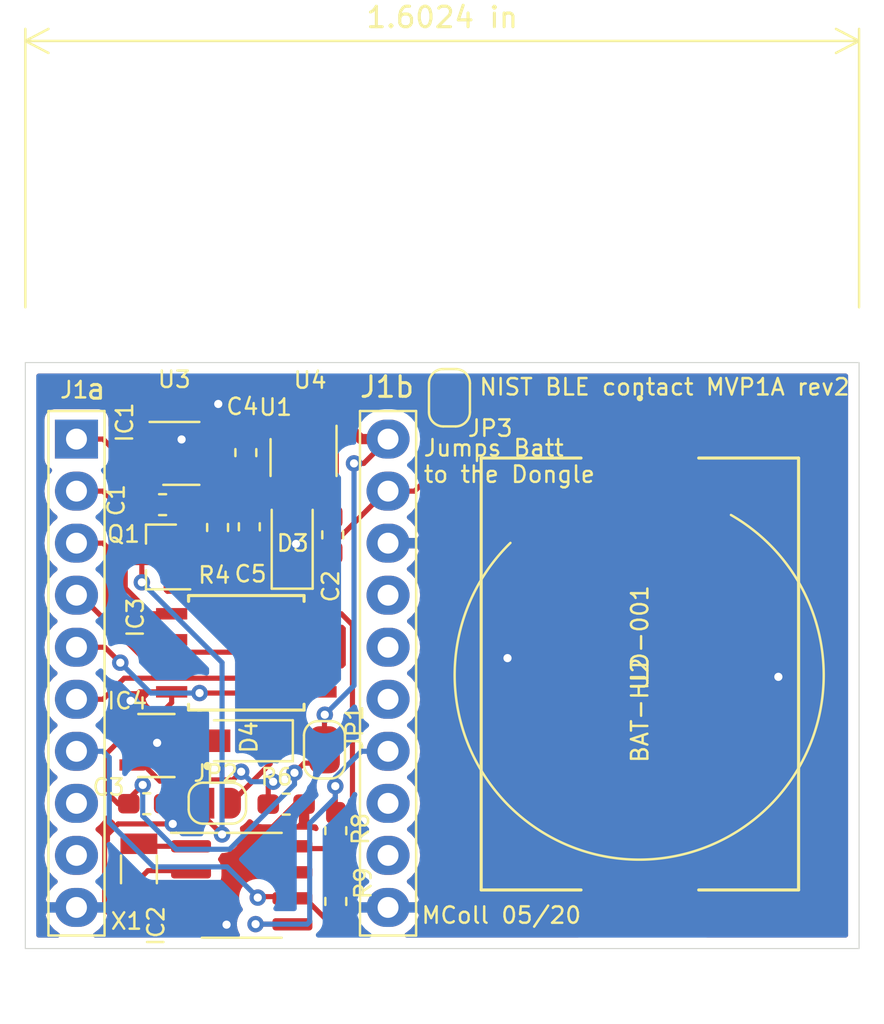
<source format=kicad_pcb>
(kicad_pcb (version 20171130) (host pcbnew "(5.1.0)-1")

  (general
    (thickness 1.6)
    (drawings 11)
    (tracks 270)
    (zones 0)
    (modules 25)
    (nets 33)
  )

  (page A4)
  (layers
    (0 F.Cu signal)
    (31 B.Cu signal)
    (32 B.Adhes user hide)
    (33 F.Adhes user)
    (34 B.Paste user hide)
    (35 F.Paste user)
    (36 B.SilkS user hide)
    (37 F.SilkS user)
    (38 B.Mask user hide)
    (39 F.Mask user)
    (40 Dwgs.User user)
    (41 Cmts.User user)
    (42 Eco1.User user)
    (43 Eco2.User user)
    (44 Edge.Cuts user)
    (45 Margin user)
    (46 B.CrtYd user hide)
    (47 F.CrtYd user)
    (48 B.Fab user hide)
    (49 F.Fab user hide)
  )

  (setup
    (last_trace_width 0.25)
    (user_trace_width 0.5)
    (trace_clearance 0.2)
    (zone_clearance 0.508)
    (zone_45_only no)
    (trace_min 0.2)
    (via_size 0.8)
    (via_drill 0.4)
    (via_min_size 0.4)
    (via_min_drill 0.3)
    (uvia_size 0.3)
    (uvia_drill 0.1)
    (uvias_allowed no)
    (uvia_min_size 0.2)
    (uvia_min_drill 0.1)
    (edge_width 0.05)
    (segment_width 0.2)
    (pcb_text_width 0.3)
    (pcb_text_size 1.5 1.5)
    (mod_edge_width 0.12)
    (mod_text_size 1 1)
    (mod_text_width 0.15)
    (pad_size 4.4 4.4)
    (pad_drill 2.2)
    (pad_to_mask_clearance 0.051)
    (solder_mask_min_width 0.25)
    (aux_axis_origin 0 0)
    (visible_elements 7FFFFFFF)
    (pcbplotparams
      (layerselection 0x010fc_ffffffff)
      (usegerberextensions false)
      (usegerberattributes false)
      (usegerberadvancedattributes false)
      (creategerberjobfile false)
      (excludeedgelayer true)
      (linewidth 0.100000)
      (plotframeref false)
      (viasonmask false)
      (mode 1)
      (useauxorigin false)
      (hpglpennumber 1)
      (hpglpenspeed 20)
      (hpglpendiameter 15.000000)
      (psnegative false)
      (psa4output false)
      (plotreference true)
      (plotvalue true)
      (plotinvisibletext false)
      (padsonsilk false)
      (subtractmaskfromsilk false)
      (outputformat 1)
      (mirror false)
      (drillshape 0)
      (scaleselection 1)
      (outputdirectory "gerbers/v2/"))
  )

  (net 0 "")
  (net 1 GND)
  (net 2 /3V)
  (net 3 "Net-(C3-Pad1)")
  (net 4 /5Vusb)
  (net 5 /VDD_3V)
  (net 6 "Net-(C5-Pad2)")
  (net 7 "Net-(U1-Pad4)")
  (net 8 /SDA)
  (net 9 /SCL)
  (net 10 /SCLK)
  (net 11 /SI)
  (net 12 /SO)
  (net 13 /CS)
  (net 14 /WP)
  (net 15 /RESET)
  (net 16 "Net-(IC1-Pad5)")
  (net 17 "Net-(IC1-Pad4)")
  (net 18 "Net-(IC2-Pad7)")
  (net 19 "Net-(IC2-Pad2)")
  (net 20 "Net-(IC2-Pad1)")
  (net 21 "Net-(IC4-Pad5)")
  (net 22 "Net-(IC4-Pad1)")
  (net 23 "Net-(J1-Pad17)")
  (net 24 "Net-(J1-Pad16)")
  (net 25 "Net-(J1-Pad15)")
  (net 26 "Net-(J1-Pad8)")
  (net 27 "Net-(J1-Pad13)")
  (net 28 "Net-(J1-Pad9)")
  (net 29 "Net-(J1-Pad12)")
  (net 30 "Net-(D4-Pad2)")
  (net 31 "Net-(D4-Pad1)")
  (net 32 "Net-(IC2-Pad3)")

  (net_class Default "This is the default net class."
    (clearance 0.2)
    (trace_width 0.25)
    (via_dia 0.8)
    (via_drill 0.4)
    (uvia_dia 0.3)
    (uvia_drill 0.1)
    (add_net /3V)
    (add_net /5Vusb)
    (add_net /CS)
    (add_net /RESET)
    (add_net /SCL)
    (add_net /SCLK)
    (add_net /SDA)
    (add_net /SI)
    (add_net /SO)
    (add_net /VDD_3V)
    (add_net /WP)
    (add_net GND)
    (add_net "Net-(C3-Pad1)")
    (add_net "Net-(C5-Pad2)")
    (add_net "Net-(D4-Pad1)")
    (add_net "Net-(D4-Pad2)")
    (add_net "Net-(IC1-Pad4)")
    (add_net "Net-(IC1-Pad5)")
    (add_net "Net-(IC2-Pad1)")
    (add_net "Net-(IC2-Pad2)")
    (add_net "Net-(IC2-Pad3)")
    (add_net "Net-(IC2-Pad7)")
    (add_net "Net-(IC4-Pad1)")
    (add_net "Net-(IC4-Pad5)")
    (add_net "Net-(J1-Pad12)")
    (add_net "Net-(J1-Pad13)")
    (add_net "Net-(J1-Pad15)")
    (add_net "Net-(J1-Pad16)")
    (add_net "Net-(J1-Pad17)")
    (add_net "Net-(J1-Pad8)")
    (add_net "Net-(J1-Pad9)")
    (add_net "Net-(U1-Pad4)")
  )

  (module 0my_footprints:Nordic_nRF52840_FeatherHeader (layer F.Cu) (tedit 5EB481B3) (tstamp 5E9EFA9F)
    (at 126.7968 79.1337)
    (descr "32-bit microcontroller module with WiFi, https://www.adafruit.com/product/2471")
    (tags "ESP8266 WiFi microcontroller")
    (path /5EA6E901)
    (fp_text reference J1 (at -0.10668 -2.4003) (layer F.SilkS)
      (effects (font (size 0.8 0.8) (thickness 0.12)))
    )
    (fp_text value Nordic_nRF52840_breakout (at -2.75 12 90) (layer F.Fab)
      (effects (font (size 1 1) (thickness 0.15)))
    )
    (fp_text user "BLE ANTENNA" (at 7.3 25.08) (layer Cmts.User)
      (effects (font (size 1 1) (thickness 0.15)))
    )
    (fp_line (start 2.33 28.16) (end 2.33 25.92) (layer Dwgs.User) (width 0.12))
    (fp_line (start 4.14 28.16) (end 2.33 28.16) (layer Dwgs.User) (width 0.12))
    (fp_line (start 4.14 26) (end 4.14 28.16) (layer Dwgs.User) (width 0.12))
    (fp_line (start 5.99 26) (end 4.14 26) (layer Dwgs.User) (width 0.12))
    (fp_line (start 5.99 28.14) (end 5.99 26) (layer Dwgs.User) (width 0.12))
    (fp_line (start 7.72 28.14) (end 5.99 28.14) (layer Dwgs.User) (width 0.12))
    (fp_line (start 7.72 25.98) (end 7.72 28.14) (layer Dwgs.User) (width 0.12))
    (fp_line (start 9.6 25.98) (end 7.72 25.98) (layer Dwgs.User) (width 0.12))
    (fp_line (start 9.6 28.14) (end 9.6 25.98) (layer Dwgs.User) (width 0.12))
    (fp_line (start 11.48 28.14) (end 9.6 28.14) (layer Dwgs.User) (width 0.12))
    (fp_line (start 11.48 22.35) (end 11.48 28.14) (layer Dwgs.User) (width 0.12))
    (fp_line (start 13.64 -17.5) (end 1.6 -17.5) (layer Dwgs.User) (width 0.12))
    (fp_line (start 13.64 -3.1) (end 13.64 -17.5) (layer Dwgs.User) (width 0.12))
    (fp_line (start 1.6 -3.1) (end 1.6 -17.5) (layer Dwgs.User) (width 0.12))
    (fp_line (start 15.24 -1.5) (end 13.64 -3.1) (layer Dwgs.User) (width 0.12))
    (fp_line (start 0 -1.5) (end 1.6 -3.1) (layer Dwgs.User) (width 0.12))
    (fp_line (start 15.24 28.5) (end 0 28.5) (layer Dwgs.User) (width 0.12))
    (fp_line (start 15.24 -1.5) (end 15.24 28.5) (layer Dwgs.User) (width 0.12))
    (fp_line (start 0 -1.5) (end 0 28.5) (layer Dwgs.User) (width 0.12))
    (fp_line (start 13.39 -1.75) (end 13.39 24.5) (layer F.CrtYd) (width 0.12))
    (fp_line (start 16.89 -1.75) (end 13.39 -1.75) (layer F.CrtYd) (width 0.12))
    (fp_line (start 16.89 24.5) (end 16.89 -1.75) (layer F.CrtYd) (width 0.12))
    (fp_line (start 13.39 24.5) (end 16.89 24.5) (layer F.CrtYd) (width 0.12))
    (fp_line (start -1.75 -1.75) (end -1.75 24.5) (layer F.CrtYd) (width 0.12))
    (fp_line (start 1.75 -1.75) (end -1.75 -1.75) (layer F.CrtYd) (width 0.12))
    (fp_line (start 1.75 24.5) (end 1.75 -1.75) (layer F.CrtYd) (width 0.12))
    (fp_line (start -1.75 24.5) (end 1.75 24.5) (layer F.CrtYd) (width 0.12))
    (fp_line (start -1.37 -1.37) (end -1.37 24.23) (layer F.SilkS) (width 0.12))
    (fp_line (start -1.37 24.23) (end 1.37 24.23) (layer F.SilkS) (width 0.12))
    (fp_line (start 1.37 24.23) (end 1.37 -1.37) (layer F.SilkS) (width 0.12))
    (fp_line (start 1.37 -1.37) (end -1.37 -1.37) (layer F.SilkS) (width 0.12))
    (fp_line (start 13.84 -1.37) (end 13.84 24.23) (layer F.SilkS) (width 0.12))
    (fp_line (start 13.84 24.23) (end 16.58 24.23) (layer F.SilkS) (width 0.12))
    (fp_line (start 16.58 24.23) (end 16.58 -1.37) (layer F.SilkS) (width 0.12))
    (fp_line (start 16.58 -1.37) (end 13.84 -1.37) (layer F.SilkS) (width 0.12))
    (fp_text user %R (at -0.25 -2.25) (layer F.Fab)
      (effects (font (size 1 1) (thickness 0.15)))
    )
    (pad 1 thru_hole rect (at 0 0) (size 2.1 1.9) (drill 1.02) (layers *.Cu *.Mask)
      (net 13 /CS))
    (pad 20 thru_hole oval (at 15.21 0) (size 2.1 1.9) (drill 1.02) (layers *.Cu *.Mask)
      (net 4 /5Vusb))
    (pad 2 thru_hole oval (at 0 2.54) (size 2.1 1.9) (drill 1.02) (layers *.Cu *.Mask)
      (net 12 /SO))
    (pad 19 thru_hole oval (at 15.21 2.54) (size 2.1 1.9) (drill 1.02) (layers *.Cu *.Mask)
      (net 5 /VDD_3V))
    (pad 3 thru_hole oval (at 0 5.08) (size 2.1 1.9) (drill 1.02) (layers *.Cu *.Mask)
      (net 10 /SCLK))
    (pad 18 thru_hole oval (at 15.21 5.08) (size 2.1 1.9) (drill 1.02) (layers *.Cu *.Mask)
      (net 1 GND))
    (pad 4 thru_hole oval (at 0 7.62) (size 2.1 1.9) (drill 1.02) (layers *.Cu *.Mask)
      (net 14 /WP))
    (pad 17 thru_hole oval (at 15.21 7.62) (size 2.1 1.9) (drill 1.02) (layers *.Cu *.Mask)
      (net 23 "Net-(J1-Pad17)"))
    (pad 5 thru_hole oval (at 0 10.16) (size 2.1 1.9) (drill 1.02) (layers *.Cu *.Mask)
      (net 11 /SI))
    (pad 16 thru_hole oval (at 15.21 10.16) (size 2.1 1.9) (drill 1.02) (layers *.Cu *.Mask)
      (net 24 "Net-(J1-Pad16)"))
    (pad 6 thru_hole oval (at 0 12.7) (size 2.1 1.9) (drill 1.02) (layers *.Cu *.Mask)
      (net 15 /RESET))
    (pad 15 thru_hole oval (at 15.21 12.7) (size 2.1 1.9) (drill 1.02) (layers *.Cu *.Mask)
      (net 25 "Net-(J1-Pad15)"))
    (pad 7 thru_hole oval (at 0 15.24) (size 2.1 1.9) (drill 1.02) (layers *.Cu *.Mask)
      (net 9 /SCL))
    (pad 14 thru_hole oval (at 15.21 15.24) (size 2.1 1.9) (drill 1.02) (layers *.Cu *.Mask)
      (net 8 /SDA))
    (pad 8 thru_hole oval (at 0 17.78) (size 2.1 1.9) (drill 1.02) (layers *.Cu *.Mask)
      (net 26 "Net-(J1-Pad8)"))
    (pad 13 thru_hole oval (at 15.21 17.78) (size 2.1 1.9) (drill 1.02) (layers *.Cu *.Mask)
      (net 27 "Net-(J1-Pad13)"))
    (pad 9 thru_hole oval (at 0 20.32) (size 2.1 1.9) (drill 1.02) (layers *.Cu *.Mask)
      (net 28 "Net-(J1-Pad9)"))
    (pad 12 thru_hole oval (at 15.21 20.32) (size 2.1 1.9) (drill 1.02) (layers *.Cu *.Mask)
      (net 29 "Net-(J1-Pad12)"))
    (pad 10 thru_hole oval (at 0 22.86) (size 2.1 1.9) (drill 1.02) (layers *.Cu *.Mask)
      (net 1 GND))
    (pad 11 thru_hole oval (at 15.21 22.86) (size 2.1 1.9) (drill 1.02) (layers *.Cu *.Mask)
      (net 1 GND))
    (model ${KISYS3DMOD}/Module.3dshapes/Adafruit_HUZZAH_ESP8266_breakout.wrl
      (at (xyz 0 0 0))
      (scale (xyz 1 1 1))
      (rotate (xyz 0 0 0))
    )
  )

  (module Jumper:SolderJumper-2_P1.3mm_Open_RoundedPad1.0x1.5mm (layer F.Cu) (tedit 5B391E66) (tstamp 5EB48724)
    (at 133.67512 96.90608 180)
    (descr "SMD Solder Jumper, 1x1.5mm, rounded Pads, 0.3mm gap, open")
    (tags "solder jumper open")
    (path /5EB61A0F)
    (attr virtual)
    (fp_text reference JP2 (at 0.0762 1.45796) (layer F.SilkS)
      (effects (font (size 0.8 0.8) (thickness 0.12)))
    )
    (fp_text value Jumper_2_Open (at 0 1.9) (layer F.Fab)
      (effects (font (size 1 1) (thickness 0.15)))
    )
    (fp_line (start 1.65 1.25) (end -1.65 1.25) (layer F.CrtYd) (width 0.05))
    (fp_line (start 1.65 1.25) (end 1.65 -1.25) (layer F.CrtYd) (width 0.05))
    (fp_line (start -1.65 -1.25) (end -1.65 1.25) (layer F.CrtYd) (width 0.05))
    (fp_line (start -1.65 -1.25) (end 1.65 -1.25) (layer F.CrtYd) (width 0.05))
    (fp_line (start -0.7 -1) (end 0.7 -1) (layer F.SilkS) (width 0.12))
    (fp_line (start 1.4 -0.3) (end 1.4 0.3) (layer F.SilkS) (width 0.12))
    (fp_line (start 0.7 1) (end -0.7 1) (layer F.SilkS) (width 0.12))
    (fp_line (start -1.4 0.3) (end -1.4 -0.3) (layer F.SilkS) (width 0.12))
    (fp_arc (start -0.7 -0.3) (end -0.7 -1) (angle -90) (layer F.SilkS) (width 0.12))
    (fp_arc (start -0.7 0.3) (end -1.4 0.3) (angle -90) (layer F.SilkS) (width 0.12))
    (fp_arc (start 0.7 0.3) (end 0.7 1) (angle -90) (layer F.SilkS) (width 0.12))
    (fp_arc (start 0.7 -0.3) (end 1.4 -0.3) (angle -90) (layer F.SilkS) (width 0.12))
    (pad 2 smd custom (at 0.65 0 180) (size 1 0.5) (layers F.Cu F.Mask)
      (net 2 /3V) (zone_connect 2)
      (options (clearance outline) (anchor rect))
      (primitives
        (gr_circle (center 0 0.25) (end 0.5 0.25) (width 0))
        (gr_circle (center 0 -0.25) (end 0.5 -0.25) (width 0))
        (gr_poly (pts
           (xy 0 -0.75) (xy -0.5 -0.75) (xy -0.5 0.75) (xy 0 0.75)) (width 0))
      ))
    (pad 1 smd custom (at -0.65 0 180) (size 1 0.5) (layers F.Cu F.Mask)
      (net 31 "Net-(D4-Pad1)") (zone_connect 2)
      (options (clearance outline) (anchor rect))
      (primitives
        (gr_circle (center 0 0.25) (end 0.5 0.25) (width 0))
        (gr_circle (center 0 -0.25) (end 0.5 -0.25) (width 0))
        (gr_poly (pts
           (xy 0 -0.75) (xy 0.5 -0.75) (xy 0.5 0.75) (xy 0 0.75)) (width 0))
      ))
  )

  (module Jumper:SolderJumper-2_P1.3mm_Open_RoundedPad1.0x1.5mm (layer F.Cu) (tedit 5B391E66) (tstamp 5EB48712)
    (at 138.90244 94.30004 90)
    (descr "SMD Solder Jumper, 1x1.5mm, rounded Pads, 0.3mm gap, open")
    (tags "solder jumper open")
    (path /5EB7C833)
    (attr virtual)
    (fp_text reference JP1 (at 1.0922 1.4732 90) (layer F.SilkS)
      (effects (font (size 0.8 0.8) (thickness 0.12)))
    )
    (fp_text value Jumper_2_Open (at 0 1.9 90) (layer F.Fab)
      (effects (font (size 1 1) (thickness 0.15)))
    )
    (fp_line (start 1.65 1.25) (end -1.65 1.25) (layer F.CrtYd) (width 0.05))
    (fp_line (start 1.65 1.25) (end 1.65 -1.25) (layer F.CrtYd) (width 0.05))
    (fp_line (start -1.65 -1.25) (end -1.65 1.25) (layer F.CrtYd) (width 0.05))
    (fp_line (start -1.65 -1.25) (end 1.65 -1.25) (layer F.CrtYd) (width 0.05))
    (fp_line (start -0.7 -1) (end 0.7 -1) (layer F.SilkS) (width 0.12))
    (fp_line (start 1.4 -0.3) (end 1.4 0.3) (layer F.SilkS) (width 0.12))
    (fp_line (start 0.7 1) (end -0.7 1) (layer F.SilkS) (width 0.12))
    (fp_line (start -1.4 0.3) (end -1.4 -0.3) (layer F.SilkS) (width 0.12))
    (fp_arc (start -0.7 -0.3) (end -0.7 -1) (angle -90) (layer F.SilkS) (width 0.12))
    (fp_arc (start -0.7 0.3) (end -1.4 0.3) (angle -90) (layer F.SilkS) (width 0.12))
    (fp_arc (start 0.7 0.3) (end 0.7 1) (angle -90) (layer F.SilkS) (width 0.12))
    (fp_arc (start 0.7 -0.3) (end 1.4 -0.3) (angle -90) (layer F.SilkS) (width 0.12))
    (pad 2 smd custom (at 0.65 0 90) (size 1 0.5) (layers F.Cu F.Mask)
      (net 4 /5Vusb) (zone_connect 2)
      (options (clearance outline) (anchor rect))
      (primitives
        (gr_circle (center 0 0.25) (end 0.5 0.25) (width 0))
        (gr_circle (center 0 -0.25) (end 0.5 -0.25) (width 0))
        (gr_poly (pts
           (xy 0 -0.75) (xy -0.5 -0.75) (xy -0.5 0.75) (xy 0 0.75)) (width 0))
      ))
    (pad 1 smd custom (at -0.65 0 90) (size 1 0.5) (layers F.Cu F.Mask)
      (net 3 "Net-(C3-Pad1)") (zone_connect 2)
      (options (clearance outline) (anchor rect))
      (primitives
        (gr_circle (center 0 0.25) (end 0.5 0.25) (width 0))
        (gr_circle (center 0 -0.25) (end 0.5 -0.25) (width 0))
        (gr_poly (pts
           (xy 0 -0.75) (xy 0.5 -0.75) (xy 0.5 0.75) (xy 0 0.75)) (width 0))
      ))
  )

  (module 0my_footprints:MX25R6435FM2IL0 (layer F.Cu) (tedit 5EA0AA01) (tstamp 5EA09D61)
    (at 135.08736 89.56548)
    (path /5E9F9A1A)
    (attr smd)
    (fp_text reference IC3 (at -5.41528 -1.71704 90) (layer F.SilkS)
      (effects (font (size 0.8 0.8) (thickness 0.12)))
    )
    (fp_text value MX25R6435FM2IL0 (at 0 0) (layer F.SilkS) hide
      (effects (font (size 0.8 0.8) (thickness 0.12)))
    )
    (fp_arc (start 0 -2.667) (end 0.3048 -2.667) (angle 180) (layer F.Fab) (width 0.1524))
    (fp_line (start -2.9464 2.4384) (end -4.6609 2.4384) (layer F.CrtYd) (width 0.1524))
    (fp_line (start -2.9464 2.921) (end -2.9464 2.4384) (layer F.CrtYd) (width 0.1524))
    (fp_line (start 2.9464 2.921) (end -2.9464 2.921) (layer F.CrtYd) (width 0.1524))
    (fp_line (start 2.9464 2.4384) (end 2.9464 2.921) (layer F.CrtYd) (width 0.1524))
    (fp_line (start 4.6609 2.4384) (end 2.9464 2.4384) (layer F.CrtYd) (width 0.1524))
    (fp_line (start 4.6609 -2.4384) (end 4.6609 2.4384) (layer F.CrtYd) (width 0.1524))
    (fp_line (start 2.9464 -2.4384) (end 4.6609 -2.4384) (layer F.CrtYd) (width 0.1524))
    (fp_line (start 2.9464 -2.921) (end 2.9464 -2.4384) (layer F.CrtYd) (width 0.1524))
    (fp_line (start -2.9464 -2.921) (end 2.9464 -2.921) (layer F.CrtYd) (width 0.1524))
    (fp_line (start -2.9464 -2.4384) (end -2.9464 -2.921) (layer F.CrtYd) (width 0.1524))
    (fp_line (start -4.6609 -2.4384) (end -2.9464 -2.4384) (layer F.CrtYd) (width 0.1524))
    (fp_line (start -4.6609 2.4384) (end -4.6609 -2.4384) (layer F.CrtYd) (width 0.1524))
    (fp_line (start 2.8194 -2.511025) (end 2.8194 -2.794) (layer F.SilkS) (width 0.1524))
    (fp_line (start -2.8194 2.511025) (end -2.8194 2.794) (layer F.SilkS) (width 0.1524))
    (fp_line (start -2.6924 -2.667) (end -2.6924 2.667) (layer F.Fab) (width 0.1524))
    (fp_line (start 2.6924 -2.667) (end -2.6924 -2.667) (layer F.Fab) (width 0.1524))
    (fp_line (start 2.6924 2.667) (end 2.6924 -2.667) (layer F.Fab) (width 0.1524))
    (fp_line (start -2.6924 2.667) (end 2.6924 2.667) (layer F.Fab) (width 0.1524))
    (fp_line (start -2.8194 -2.794) (end -2.8194 -2.511025) (layer F.SilkS) (width 0.1524))
    (fp_line (start 2.8194 -2.794) (end -2.8194 -2.794) (layer F.SilkS) (width 0.1524))
    (fp_line (start 2.8194 2.794) (end 2.8194 2.511025) (layer F.SilkS) (width 0.1524))
    (fp_line (start -2.8194 2.794) (end 2.8194 2.794) (layer F.SilkS) (width 0.1524))
    (fp_line (start 4.0513 -2.159) (end 2.6924 -2.159) (layer F.Fab) (width 0.1524))
    (fp_line (start 4.0513 -1.651) (end 4.0513 -2.159) (layer F.Fab) (width 0.1524))
    (fp_line (start 2.6924 -1.651) (end 4.0513 -1.651) (layer F.Fab) (width 0.1524))
    (fp_line (start 2.6924 -2.159) (end 2.6924 -1.651) (layer F.Fab) (width 0.1524))
    (fp_line (start 4.0513 -0.889) (end 2.6924 -0.889) (layer F.Fab) (width 0.1524))
    (fp_line (start 4.0513 -0.381) (end 4.0513 -0.889) (layer F.Fab) (width 0.1524))
    (fp_line (start 2.6924 -0.381) (end 4.0513 -0.381) (layer F.Fab) (width 0.1524))
    (fp_line (start 2.6924 -0.889) (end 2.6924 -0.381) (layer F.Fab) (width 0.1524))
    (fp_line (start 4.0513 0.381) (end 2.6924 0.381) (layer F.Fab) (width 0.1524))
    (fp_line (start 4.0513 0.889) (end 4.0513 0.381) (layer F.Fab) (width 0.1524))
    (fp_line (start 2.6924 0.889) (end 4.0513 0.889) (layer F.Fab) (width 0.1524))
    (fp_line (start 2.6924 0.381) (end 2.6924 0.889) (layer F.Fab) (width 0.1524))
    (fp_line (start 4.0513 1.651) (end 2.6924 1.651) (layer F.Fab) (width 0.1524))
    (fp_line (start 4.0513 2.159) (end 4.0513 1.651) (layer F.Fab) (width 0.1524))
    (fp_line (start 2.6924 2.159) (end 4.0513 2.159) (layer F.Fab) (width 0.1524))
    (fp_line (start 2.6924 1.651) (end 2.6924 2.159) (layer F.Fab) (width 0.1524))
    (fp_line (start -4.0513 2.159) (end -2.6924 2.159) (layer F.Fab) (width 0.1524))
    (fp_line (start -4.0513 1.651) (end -4.0513 2.159) (layer F.Fab) (width 0.1524))
    (fp_line (start -2.6924 1.651) (end -4.0513 1.651) (layer F.Fab) (width 0.1524))
    (fp_line (start -2.6924 2.159) (end -2.6924 1.651) (layer F.Fab) (width 0.1524))
    (fp_line (start -4.0513 0.889) (end -2.6924 0.889) (layer F.Fab) (width 0.1524))
    (fp_line (start -4.0513 0.381) (end -4.0513 0.889) (layer F.Fab) (width 0.1524))
    (fp_line (start -2.6924 0.381) (end -4.0513 0.381) (layer F.Fab) (width 0.1524))
    (fp_line (start -2.6924 0.889) (end -2.6924 0.381) (layer F.Fab) (width 0.1524))
    (fp_line (start -4.0513 -0.381) (end -2.6924 -0.381) (layer F.Fab) (width 0.1524))
    (fp_line (start -4.0513 -0.889) (end -4.0513 -0.381) (layer F.Fab) (width 0.1524))
    (fp_line (start -2.6924 -0.889) (end -4.0513 -0.889) (layer F.Fab) (width 0.1524))
    (fp_line (start -2.6924 -0.381) (end -2.6924 -0.889) (layer F.Fab) (width 0.1524))
    (fp_line (start -4.0513 -1.651) (end -2.6924 -1.651) (layer F.Fab) (width 0.1524))
    (fp_line (start -4.0513 -2.159) (end -4.0513 -1.651) (layer F.Fab) (width 0.1524))
    (fp_line (start -2.6924 -2.159) (end -4.0513 -2.159) (layer F.Fab) (width 0.1524))
    (fp_line (start -2.6924 -1.651) (end -2.6924 -2.159) (layer F.Fab) (width 0.1524))
    (fp_text user * (at -2.3114 -2.5908) (layer F.Fab) hide
      (effects (font (size 1 1) (thickness 0.15)))
    )
    (fp_text user * (at -3.8989 -3.6068) (layer F.SilkS) hide
      (effects (font (size 0.8 0.8) (thickness 0.12)))
    )
    (fp_text user * (at -2.3114 -2.5908) (layer F.Fab) hide
      (effects (font (size 1 1) (thickness 0.15)))
    )
    (fp_text user * (at -3.8989 -3.6068) (layer F.SilkS) hide
      (effects (font (size 0.8 0.8) (thickness 0.12)))
    )
    (fp_text user "Copyright 2016 Accelerated Designs. All rights reserved." (at 0 0) (layer Cmts.User) hide
      (effects (font (size 0.127 0.127) (thickness 0.002)))
    )
    (pad 8 smd rect (at 3.6449 -1.905) (size 1.524 0.5588) (layers F.Cu F.Paste F.Mask)
      (net 5 /VDD_3V))
    (pad 7 smd rect (at 3.6449 -0.635) (size 1.524 0.5588) (layers F.Cu F.Paste F.Mask)
      (net 15 /RESET))
    (pad 6 smd rect (at 3.6449 0.635) (size 1.524 0.5588) (layers F.Cu F.Paste F.Mask)
      (net 10 /SCLK))
    (pad 5 smd rect (at 3.6449 1.905) (size 1.524 0.5588) (layers F.Cu F.Paste F.Mask)
      (net 11 /SI))
    (pad 4 smd rect (at -3.6449 1.905) (size 1.524 0.5588) (layers F.Cu F.Paste F.Mask)
      (net 1 GND))
    (pad 3 smd rect (at -3.6449 0.635) (size 1.524 0.5588) (layers F.Cu F.Paste F.Mask)
      (net 14 /WP))
    (pad 2 smd rect (at -3.6449 -0.635) (size 1.524 0.5588) (layers F.Cu F.Paste F.Mask)
      (net 12 /SO))
    (pad 1 smd rect (at -3.6449 -1.905) (size 1.524 0.5588) (layers F.Cu F.Paste F.Mask)
      (net 13 /CS))
  )

  (module Package_TO_SOT_SMD:SOT-23 (layer F.Cu) (tedit 5A02FF57) (tstamp 5E9CA1CC)
    (at 130.9497 84.8868 180)
    (descr "SOT-23, Standard")
    (tags SOT-23)
    (path /5E9CEE32)
    (attr smd)
    (fp_text reference Q1 (at 1.85674 1.11252 180) (layer F.SilkS)
      (effects (font (size 0.8 0.8) (thickness 0.12)))
    )
    (fp_text value Si2307CDS (at 0 2.5) (layer F.Fab)
      (effects (font (size 1 1) (thickness 0.15)))
    )
    (fp_line (start 0.76 1.58) (end -0.7 1.58) (layer F.SilkS) (width 0.12))
    (fp_line (start 0.76 -1.58) (end -1.4 -1.58) (layer F.SilkS) (width 0.12))
    (fp_line (start -1.7 1.75) (end -1.7 -1.75) (layer F.CrtYd) (width 0.05))
    (fp_line (start 1.7 1.75) (end -1.7 1.75) (layer F.CrtYd) (width 0.05))
    (fp_line (start 1.7 -1.75) (end 1.7 1.75) (layer F.CrtYd) (width 0.05))
    (fp_line (start -1.7 -1.75) (end 1.7 -1.75) (layer F.CrtYd) (width 0.05))
    (fp_line (start 0.76 -1.58) (end 0.76 -0.65) (layer F.SilkS) (width 0.12))
    (fp_line (start 0.76 1.58) (end 0.76 0.65) (layer F.SilkS) (width 0.12))
    (fp_line (start -0.7 1.52) (end 0.7 1.52) (layer F.Fab) (width 0.1))
    (fp_line (start 0.7 -1.52) (end 0.7 1.52) (layer F.Fab) (width 0.1))
    (fp_line (start -0.7 -0.95) (end -0.15 -1.52) (layer F.Fab) (width 0.1))
    (fp_line (start -0.15 -1.52) (end 0.7 -1.52) (layer F.Fab) (width 0.1))
    (fp_line (start -0.7 -0.95) (end -0.7 1.5) (layer F.Fab) (width 0.1))
    (fp_text user %R (at 0 0 90) (layer F.Fab)
      (effects (font (size 0.5 0.5) (thickness 0.075)))
    )
    (pad 3 smd rect (at 1 0 180) (size 0.9 0.8) (layers F.Cu F.Paste F.Mask)
      (net 2 /3V))
    (pad 2 smd rect (at -1 0.95 180) (size 0.9 0.8) (layers F.Cu F.Paste F.Mask)
      (net 5 /VDD_3V))
    (pad 1 smd rect (at -1 -0.95 180) (size 0.9 0.8) (layers F.Cu F.Paste F.Mask)
      (net 16 "Net-(IC1-Pad5)"))
    (model ${KISYS3DMOD}/Package_TO_SOT_SMD.3dshapes/SOT-23.wrl
      (at (xyz 0 0 0))
      (scale (xyz 1 1 1))
      (rotate (xyz 0 0 0))
    )
  )

  (module Crystal:Crystal_SMD_3215-2Pin_3.2x1.5mm (layer F.Cu) (tedit 5A0FD1B2) (tstamp 5EB22798)
    (at 129.8448 100.13696 90)
    (descr "SMD Crystal FC-135 https://support.epson.biz/td/api/doc_check.php?dl=brief_FC-135R_en.pdf")
    (tags "SMD SMT Crystal")
    (path /5EB305AF)
    (attr smd)
    (fp_text reference X1 (at -2.52984 -0.60452) (layer F.SilkS)
      (effects (font (size 0.8 0.8) (thickness 0.12)))
    )
    (fp_text value 32.768KHZ (at 0 2 90) (layer F.Fab)
      (effects (font (size 1 1) (thickness 0.15)))
    )
    (fp_text user %R (at 0 -2 90) (layer F.Fab)
      (effects (font (size 1 1) (thickness 0.15)))
    )
    (fp_line (start -2 -1.15) (end 2 -1.15) (layer F.CrtYd) (width 0.05))
    (fp_line (start -1.6 -0.75) (end -1.6 0.75) (layer F.Fab) (width 0.1))
    (fp_line (start -0.675 0.875) (end 0.675 0.875) (layer F.SilkS) (width 0.12))
    (fp_line (start -0.675 -0.875) (end 0.675 -0.875) (layer F.SilkS) (width 0.12))
    (fp_line (start 1.6 -0.75) (end 1.6 0.75) (layer F.Fab) (width 0.1))
    (fp_line (start -1.6 -0.75) (end 1.6 -0.75) (layer F.Fab) (width 0.1))
    (fp_line (start -1.6 0.75) (end 1.6 0.75) (layer F.Fab) (width 0.1))
    (fp_line (start -2 1.15) (end 2 1.15) (layer F.CrtYd) (width 0.05))
    (fp_line (start -2 -1.15) (end -2 1.15) (layer F.CrtYd) (width 0.05))
    (fp_line (start 2 -1.15) (end 2 1.15) (layer F.CrtYd) (width 0.05))
    (pad 1 smd rect (at 1.25 0 90) (size 1 1.8) (layers F.Cu F.Paste F.Mask)
      (net 20 "Net-(IC2-Pad1)"))
    (pad 2 smd rect (at -1.25 0 90) (size 1 1.8) (layers F.Cu F.Paste F.Mask)
      (net 19 "Net-(IC2-Pad2)"))
    (model ${KISYS3DMOD}/Crystal.3dshapes/Crystal_SMD_3215-2Pin_3.2x1.5mm.wrl
      (at (xyz 0 0 0))
      (scale (xyz 1 1 1))
      (rotate (xyz 0 0 0))
    )
  )

  (module 0my_footprints:ESD401DPYR (layer F.Cu) (tedit 0) (tstamp 5EA33B8B)
    (at 138.2014 77.1525 180)
    (path /5EA4E7E7)
    (attr smd)
    (fp_text reference U4 (at 0 0.889) (layer F.SilkS)
      (effects (font (size 0.8 0.8) (thickness 0.12)))
    )
    (fp_text value ESD401 (at 0 0) (layer F.SilkS) hide
      (effects (font (size 0.8 0.8) (thickness 0.12)))
    )
    (fp_line (start -0.550001 0.350002) (end -0.550001 -0.350002) (layer F.Fab) (width 0.1524))
    (fp_line (start -0.550001 0.350002) (end 0.550001 0.350002) (layer F.Fab) (width 0.1524))
    (fp_line (start 0.550001 0.350002) (end 0.550001 -0.350002) (layer F.Fab) (width 0.1524))
    (fp_line (start -0.550001 -0.350002) (end 0.550001 -0.350002) (layer F.Fab) (width 0.1524))
    (pad 1 smd rect (at -0.499999 0 180) (size 0.599999 0.499999) (layers F.Cu F.Paste F.Mask)
      (net 4 /5Vusb))
    (pad 2 smd rect (at 0.499999 0 180) (size 0.599999 0.499999) (layers F.Cu F.Paste F.Mask)
      (net 1 GND))
  )

  (module 0my_footprints:ESD401DPYR (layer F.Cu) (tedit 0) (tstamp 5EA33B7B)
    (at 131.5212 77.3811 180)
    (path /5EA48F38)
    (attr smd)
    (fp_text reference U3 (at -0.0508 1.1557) (layer F.SilkS)
      (effects (font (size 0.8 0.8) (thickness 0.12)))
    )
    (fp_text value ESD401 (at 0 0) (layer F.SilkS) hide
      (effects (font (size 0.8 0.8) (thickness 0.12)))
    )
    (fp_line (start -0.550001 0.350002) (end -0.550001 -0.350002) (layer F.Fab) (width 0.1524))
    (fp_line (start -0.550001 0.350002) (end 0.550001 0.350002) (layer F.Fab) (width 0.1524))
    (fp_line (start 0.550001 0.350002) (end 0.550001 -0.350002) (layer F.Fab) (width 0.1524))
    (fp_line (start -0.550001 -0.350002) (end 0.550001 -0.350002) (layer F.Fab) (width 0.1524))
    (pad 1 smd rect (at -0.499999 0 180) (size 0.599999 0.499999) (layers F.Cu F.Paste F.Mask)
      (net 1 GND))
    (pad 2 smd rect (at 0.499999 0 180) (size 0.599999 0.499999) (layers F.Cu F.Paste F.Mask)
      (net 2 /3V))
  )

  (module Capacitor_SMD:C_0603_1608Metric_Pad1.05x0.95mm_HandSolder (layer F.Cu) (tedit 5B301BBE) (tstamp 5E9CA104)
    (at 139.3063 83.8073 90)
    (descr "Capacitor SMD 0603 (1608 Metric), square (rectangular) end terminal, IPC_7351 nominal with elongated pad for handsoldering. (Body size source: http://www.tortai-tech.com/upload/download/2011102023233369053.pdf), generated with kicad-footprint-generator")
    (tags "capacitor handsolder")
    (path /5E9D2D00)
    (attr smd)
    (fp_text reference C2 (at -2.51206 -0.09906 90) (layer F.SilkS)
      (effects (font (size 0.8 0.8) (thickness 0.12)))
    )
    (fp_text value 0.1uF (at 0 1.43 90) (layer F.Fab)
      (effects (font (size 1 1) (thickness 0.15)))
    )
    (fp_text user %R (at 0 0 90) (layer F.Fab)
      (effects (font (size 0.4 0.4) (thickness 0.06)))
    )
    (fp_line (start 1.65 0.73) (end -1.65 0.73) (layer F.CrtYd) (width 0.05))
    (fp_line (start 1.65 -0.73) (end 1.65 0.73) (layer F.CrtYd) (width 0.05))
    (fp_line (start -1.65 -0.73) (end 1.65 -0.73) (layer F.CrtYd) (width 0.05))
    (fp_line (start -1.65 0.73) (end -1.65 -0.73) (layer F.CrtYd) (width 0.05))
    (fp_line (start -0.171267 0.51) (end 0.171267 0.51) (layer F.SilkS) (width 0.12))
    (fp_line (start -0.171267 -0.51) (end 0.171267 -0.51) (layer F.SilkS) (width 0.12))
    (fp_line (start 0.8 0.4) (end -0.8 0.4) (layer F.Fab) (width 0.1))
    (fp_line (start 0.8 -0.4) (end 0.8 0.4) (layer F.Fab) (width 0.1))
    (fp_line (start -0.8 -0.4) (end 0.8 -0.4) (layer F.Fab) (width 0.1))
    (fp_line (start -0.8 0.4) (end -0.8 -0.4) (layer F.Fab) (width 0.1))
    (pad 2 smd roundrect (at 0.875 0 90) (size 1.05 0.95) (layers F.Cu F.Paste F.Mask) (roundrect_rratio 0.25)
      (net 1 GND))
    (pad 1 smd roundrect (at -0.875 0 90) (size 1.05 0.95) (layers F.Cu F.Paste F.Mask) (roundrect_rratio 0.25)
      (net 5 /VDD_3V))
    (model ${KISYS3DMOD}/Capacitor_SMD.3dshapes/C_0603_1608Metric.wrl
      (at (xyz 0 0 0))
      (scale (xyz 1 1 1))
      (rotate (xyz 0 0 0))
    )
  )

  (module Jumper:SolderJumper-2_P1.3mm_Open_RoundedPad1.0x1.5mm (layer F.Cu) (tedit 5B391E66) (tstamp 5EA0DB93)
    (at 145.00352 77.1144 270)
    (descr "SMD Solder Jumper, 1x1.5mm, rounded Pads, 0.3mm gap, open")
    (tags "solder jumper open")
    (path /5EA10100)
    (attr virtual)
    (fp_text reference JP3 (at 1.49352 -1.99136 180) (layer F.SilkS)
      (effects (font (size 0.8 0.8) (thickness 0.12)))
    )
    (fp_text value Jumper_2_Open (at 0 1.9 90) (layer F.Fab)
      (effects (font (size 1 1) (thickness 0.15)))
    )
    (fp_line (start 1.65 1.25) (end -1.65 1.25) (layer F.CrtYd) (width 0.05))
    (fp_line (start 1.65 1.25) (end 1.65 -1.25) (layer F.CrtYd) (width 0.05))
    (fp_line (start -1.65 -1.25) (end -1.65 1.25) (layer F.CrtYd) (width 0.05))
    (fp_line (start -1.65 -1.25) (end 1.65 -1.25) (layer F.CrtYd) (width 0.05))
    (fp_line (start -0.7 -1) (end 0.7 -1) (layer F.SilkS) (width 0.12))
    (fp_line (start 1.4 -0.3) (end 1.4 0.3) (layer F.SilkS) (width 0.12))
    (fp_line (start 0.7 1) (end -0.7 1) (layer F.SilkS) (width 0.12))
    (fp_line (start -1.4 0.3) (end -1.4 -0.3) (layer F.SilkS) (width 0.12))
    (fp_arc (start -0.7 -0.3) (end -0.7 -1) (angle -90) (layer F.SilkS) (width 0.12))
    (fp_arc (start -0.7 0.3) (end -1.4 0.3) (angle -90) (layer F.SilkS) (width 0.12))
    (fp_arc (start 0.7 0.3) (end 0.7 1) (angle -90) (layer F.SilkS) (width 0.12))
    (fp_arc (start 0.7 -0.3) (end 1.4 -0.3) (angle -90) (layer F.SilkS) (width 0.12))
    (pad 2 smd custom (at 0.65 0 270) (size 1 0.5) (layers F.Cu F.Mask)
      (net 5 /VDD_3V) (zone_connect 2)
      (options (clearance outline) (anchor rect))
      (primitives
        (gr_circle (center 0 0.25) (end 0.5 0.25) (width 0))
        (gr_circle (center 0 -0.25) (end 0.5 -0.25) (width 0))
        (gr_poly (pts
           (xy 0 -0.75) (xy -0.5 -0.75) (xy -0.5 0.75) (xy 0 0.75)) (width 0))
      ))
    (pad 1 smd custom (at -0.65 0 270) (size 1 0.5) (layers F.Cu F.Mask)
      (net 2 /3V) (zone_connect 2)
      (options (clearance outline) (anchor rect))
      (primitives
        (gr_circle (center 0 0.25) (end 0.5 0.25) (width 0))
        (gr_circle (center 0 -0.25) (end 0.5 -0.25) (width 0))
        (gr_poly (pts
           (xy 0 -0.75) (xy 0.5 -0.75) (xy 0.5 0.75) (xy 0 0.75)) (width 0))
      ))
  )

  (module Diode_SMD:D_SOD-123F (layer F.Cu) (tedit 587F7769) (tstamp 5EA0D966)
    (at 135.15848 93.85808 180)
    (descr D_SOD-123F)
    (tags D_SOD-123F)
    (path /5EA54A0B)
    (attr smd)
    (fp_text reference D4 (at -0.06096 0.17272 90) (layer F.SilkS)
      (effects (font (size 0.8 0.8) (thickness 0.12)))
    )
    (fp_text value D_Schottky (at 0 2.1) (layer F.Fab)
      (effects (font (size 1 1) (thickness 0.15)))
    )
    (fp_text user %R (at -0.127 -1.905) (layer F.Fab)
      (effects (font (size 1 1) (thickness 0.15)))
    )
    (fp_line (start -2.2 -1) (end -2.2 1) (layer F.SilkS) (width 0.12))
    (fp_line (start 0.25 0) (end 0.75 0) (layer F.Fab) (width 0.1))
    (fp_line (start 0.25 0.4) (end -0.35 0) (layer F.Fab) (width 0.1))
    (fp_line (start 0.25 -0.4) (end 0.25 0.4) (layer F.Fab) (width 0.1))
    (fp_line (start -0.35 0) (end 0.25 -0.4) (layer F.Fab) (width 0.1))
    (fp_line (start -0.35 0) (end -0.35 0.55) (layer F.Fab) (width 0.1))
    (fp_line (start -0.35 0) (end -0.35 -0.55) (layer F.Fab) (width 0.1))
    (fp_line (start -0.75 0) (end -0.35 0) (layer F.Fab) (width 0.1))
    (fp_line (start -1.4 0.9) (end -1.4 -0.9) (layer F.Fab) (width 0.1))
    (fp_line (start 1.4 0.9) (end -1.4 0.9) (layer F.Fab) (width 0.1))
    (fp_line (start 1.4 -0.9) (end 1.4 0.9) (layer F.Fab) (width 0.1))
    (fp_line (start -1.4 -0.9) (end 1.4 -0.9) (layer F.Fab) (width 0.1))
    (fp_line (start -2.2 -1.15) (end 2.2 -1.15) (layer F.CrtYd) (width 0.05))
    (fp_line (start 2.2 -1.15) (end 2.2 1.15) (layer F.CrtYd) (width 0.05))
    (fp_line (start 2.2 1.15) (end -2.2 1.15) (layer F.CrtYd) (width 0.05))
    (fp_line (start -2.2 -1.15) (end -2.2 1.15) (layer F.CrtYd) (width 0.05))
    (fp_line (start -2.2 1) (end 1.65 1) (layer F.SilkS) (width 0.12))
    (fp_line (start -2.2 -1) (end 1.65 -1) (layer F.SilkS) (width 0.12))
    (pad 1 smd rect (at -1.4 0 180) (size 1.1 1.1) (layers F.Cu F.Paste F.Mask)
      (net 31 "Net-(D4-Pad1)"))
    (pad 2 smd rect (at 1.4 0 180) (size 1.1 1.1) (layers F.Cu F.Paste F.Mask)
      (net 30 "Net-(D4-Pad2)"))
    (model ${KISYS3DMOD}/Diode_SMD.3dshapes/D_SOD-123F.wrl
      (at (xyz 0 0 0))
      (scale (xyz 1 1 1))
      (rotate (xyz 0 0 0))
    )
  )

  (module Resistor_SMD:R_0603_1608Metric_Pad1.05x0.95mm_HandSolder (layer F.Cu) (tedit 5B301BBD) (tstamp 5E9CA232)
    (at 137.033 96.9518)
    (descr "Resistor SMD 0603 (1608 Metric), square (rectangular) end terminal, IPC_7351 nominal with elongated pad for handsoldering. (Body size source: http://www.tortai-tech.com/upload/download/2011102023233369053.pdf), generated with kicad-footprint-generator")
    (tags "resistor handsolder")
    (path /5EA04301)
    (attr smd)
    (fp_text reference R6 (at -0.46736 -1.32588) (layer F.SilkS)
      (effects (font (size 0.8 0.8) (thickness 0.12)))
    )
    (fp_text value 1.69K (at 0.1 2.1) (layer F.Fab)
      (effects (font (size 1 1) (thickness 0.15)))
    )
    (fp_text user %R (at 0 0 180) (layer F.Fab)
      (effects (font (size 0.4 0.4) (thickness 0.06)))
    )
    (fp_line (start 1.65 0.73) (end -1.65 0.73) (layer F.CrtYd) (width 0.05))
    (fp_line (start 1.65 -0.73) (end 1.65 0.73) (layer F.CrtYd) (width 0.05))
    (fp_line (start -1.65 -0.73) (end 1.65 -0.73) (layer F.CrtYd) (width 0.05))
    (fp_line (start -1.65 0.73) (end -1.65 -0.73) (layer F.CrtYd) (width 0.05))
    (fp_line (start -0.171267 0.51) (end 0.171267 0.51) (layer F.SilkS) (width 0.12))
    (fp_line (start -0.171267 -0.51) (end 0.171267 -0.51) (layer F.SilkS) (width 0.12))
    (fp_line (start 0.8 0.4) (end -0.8 0.4) (layer F.Fab) (width 0.1))
    (fp_line (start 0.8 -0.4) (end 0.8 0.4) (layer F.Fab) (width 0.1))
    (fp_line (start -0.8 -0.4) (end 0.8 -0.4) (layer F.Fab) (width 0.1))
    (fp_line (start -0.8 0.4) (end -0.8 -0.4) (layer F.Fab) (width 0.1))
    (pad 2 smd roundrect (at 0.875 0) (size 1.05 0.95) (layers F.Cu F.Paste F.Mask) (roundrect_rratio 0.25)
      (net 1 GND))
    (pad 1 smd roundrect (at -0.875 0) (size 1.05 0.95) (layers F.Cu F.Paste F.Mask) (roundrect_rratio 0.25)
      (net 21 "Net-(IC4-Pad5)"))
    (model ${KISYS3DMOD}/Resistor_SMD.3dshapes/R_0603_1608Metric.wrl
      (at (xyz 0 0 0))
      (scale (xyz 1 1 1))
      (rotate (xyz 0 0 0))
    )
  )

  (module Resistor_SMD:R_0603_1608Metric_Pad1.05x0.95mm_HandSolder (layer F.Cu) (tedit 5B301BBD) (tstamp 5EA0A648)
    (at 139.45616 101.7016 270)
    (descr "Resistor SMD 0603 (1608 Metric), square (rectangular) end terminal, IPC_7351 nominal with elongated pad for handsoldering. (Body size source: http://www.tortai-tech.com/upload/download/2011102023233369053.pdf), generated with kicad-footprint-generator")
    (tags "resistor handsolder")
    (path /5EA074F4)
    (attr smd)
    (fp_text reference R9 (at -0.89408 -1.33096 90) (layer F.SilkS)
      (effects (font (size 0.8 0.8) (thickness 0.12)))
    )
    (fp_text value 10K (at 0 1.43 90) (layer F.Fab)
      (effects (font (size 1 1) (thickness 0.15)))
    )
    (fp_text user %R (at 0 0 90) (layer F.Fab)
      (effects (font (size 0.4 0.4) (thickness 0.06)))
    )
    (fp_line (start 1.65 0.73) (end -1.65 0.73) (layer F.CrtYd) (width 0.05))
    (fp_line (start 1.65 -0.73) (end 1.65 0.73) (layer F.CrtYd) (width 0.05))
    (fp_line (start -1.65 -0.73) (end 1.65 -0.73) (layer F.CrtYd) (width 0.05))
    (fp_line (start -1.65 0.73) (end -1.65 -0.73) (layer F.CrtYd) (width 0.05))
    (fp_line (start -0.171267 0.51) (end 0.171267 0.51) (layer F.SilkS) (width 0.12))
    (fp_line (start -0.171267 -0.51) (end 0.171267 -0.51) (layer F.SilkS) (width 0.12))
    (fp_line (start 0.8 0.4) (end -0.8 0.4) (layer F.Fab) (width 0.1))
    (fp_line (start 0.8 -0.4) (end 0.8 0.4) (layer F.Fab) (width 0.1))
    (fp_line (start -0.8 -0.4) (end 0.8 -0.4) (layer F.Fab) (width 0.1))
    (fp_line (start -0.8 0.4) (end -0.8 -0.4) (layer F.Fab) (width 0.1))
    (pad 2 smd roundrect (at 0.875 0 270) (size 1.05 0.95) (layers F.Cu F.Paste F.Mask) (roundrect_rratio 0.25)
      (net 9 /SCL))
    (pad 1 smd roundrect (at -0.875 0 270) (size 1.05 0.95) (layers F.Cu F.Paste F.Mask) (roundrect_rratio 0.25)
      (net 5 /VDD_3V))
    (model ${KISYS3DMOD}/Resistor_SMD.3dshapes/R_0603_1608Metric.wrl
      (at (xyz 0 0 0))
      (scale (xyz 1 1 1))
      (rotate (xyz 0 0 0))
    )
  )

  (module Resistor_SMD:R_0603_1608Metric_Pad1.05x0.95mm_HandSolder (layer F.Cu) (tedit 5B301BBD) (tstamp 5EA0A637)
    (at 139.45616 98.2472 90)
    (descr "Resistor SMD 0603 (1608 Metric), square (rectangular) end terminal, IPC_7351 nominal with elongated pad for handsoldering. (Body size source: http://www.tortai-tech.com/upload/download/2011102023233369053.pdf), generated with kicad-footprint-generator")
    (tags "resistor handsolder")
    (path /5EA0D031)
    (attr smd)
    (fp_text reference R8 (at 0.08636 1.20904 90) (layer F.SilkS)
      (effects (font (size 0.8 0.8) (thickness 0.12)))
    )
    (fp_text value 10K (at 0 1.43 90) (layer F.Fab)
      (effects (font (size 1 1) (thickness 0.15)))
    )
    (fp_text user %R (at 0 0 90) (layer F.Fab)
      (effects (font (size 0.4 0.4) (thickness 0.06)))
    )
    (fp_line (start 1.65 0.73) (end -1.65 0.73) (layer F.CrtYd) (width 0.05))
    (fp_line (start 1.65 -0.73) (end 1.65 0.73) (layer F.CrtYd) (width 0.05))
    (fp_line (start -1.65 -0.73) (end 1.65 -0.73) (layer F.CrtYd) (width 0.05))
    (fp_line (start -1.65 0.73) (end -1.65 -0.73) (layer F.CrtYd) (width 0.05))
    (fp_line (start -0.171267 0.51) (end 0.171267 0.51) (layer F.SilkS) (width 0.12))
    (fp_line (start -0.171267 -0.51) (end 0.171267 -0.51) (layer F.SilkS) (width 0.12))
    (fp_line (start 0.8 0.4) (end -0.8 0.4) (layer F.Fab) (width 0.1))
    (fp_line (start 0.8 -0.4) (end 0.8 0.4) (layer F.Fab) (width 0.1))
    (fp_line (start -0.8 -0.4) (end 0.8 -0.4) (layer F.Fab) (width 0.1))
    (fp_line (start -0.8 0.4) (end -0.8 -0.4) (layer F.Fab) (width 0.1))
    (pad 2 smd roundrect (at 0.875 0 90) (size 1.05 0.95) (layers F.Cu F.Paste F.Mask) (roundrect_rratio 0.25)
      (net 8 /SDA))
    (pad 1 smd roundrect (at -0.875 0 90) (size 1.05 0.95) (layers F.Cu F.Paste F.Mask) (roundrect_rratio 0.25)
      (net 5 /VDD_3V))
    (model ${KISYS3DMOD}/Resistor_SMD.3dshapes/R_0603_1608Metric.wrl
      (at (xyz 0 0 0))
      (scale (xyz 1 1 1))
      (rotate (xyz 0 0 0))
    )
  )

  (module Package_SO:SOIC-8_3.9x4.9mm_P1.27mm (layer F.Cu) (tedit 5D9F72B1) (tstamp 5EA09D15)
    (at 134.86384 100.9142)
    (descr "SOIC, 8 Pin (JEDEC MS-012AA, https://www.analog.com/media/en/package-pcb-resources/package/pkg_pdf/soic_narrow-r/r_8.pdf), generated with kicad-footprint-generator ipc_gullwing_generator.py")
    (tags "SOIC SO")
    (path /5E9F84DB)
    (attr smd)
    (fp_text reference IC2 (at -4.18592 1.98628 270) (layer F.SilkS)
      (effects (font (size 0.8 0.8) (thickness 0.12)))
    )
    (fp_text value PCF8523T (at 0 3.4) (layer F.Fab) hide
      (effects (font (size 1 1) (thickness 0.15)))
    )
    (fp_text user %R (at 0 0) (layer F.Fab) hide
      (effects (font (size 0.98 0.98) (thickness 0.15)))
    )
    (fp_line (start 3.7 -2.7) (end -3.7 -2.7) (layer F.CrtYd) (width 0.05))
    (fp_line (start 3.7 2.7) (end 3.7 -2.7) (layer F.CrtYd) (width 0.05))
    (fp_line (start -3.7 2.7) (end 3.7 2.7) (layer F.CrtYd) (width 0.05))
    (fp_line (start -3.7 -2.7) (end -3.7 2.7) (layer F.CrtYd) (width 0.05))
    (fp_line (start -1.95 -1.475) (end -0.975 -2.45) (layer F.Fab) (width 0.1))
    (fp_line (start -1.95 2.45) (end -1.95 -1.475) (layer F.Fab) (width 0.1))
    (fp_line (start 1.95 2.45) (end -1.95 2.45) (layer F.Fab) (width 0.1))
    (fp_line (start 1.95 -2.45) (end 1.95 2.45) (layer F.Fab) (width 0.1))
    (fp_line (start -0.975 -2.45) (end 1.95 -2.45) (layer F.Fab) (width 0.1))
    (fp_line (start 0 -2.56) (end -3.45 -2.56) (layer F.SilkS) (width 0.12))
    (fp_line (start 0 -2.56) (end 1.95 -2.56) (layer F.SilkS) (width 0.12))
    (fp_line (start 0 2.56) (end -1.95 2.56) (layer F.SilkS) (width 0.12))
    (fp_line (start 0 2.56) (end 1.95 2.56) (layer F.SilkS) (width 0.12))
    (pad 8 smd roundrect (at 2.475 -1.905) (size 1.95 0.6) (layers F.Cu F.Paste F.Mask) (roundrect_rratio 0.25)
      (net 5 /VDD_3V))
    (pad 7 smd roundrect (at 2.475 -0.635) (size 1.95 0.6) (layers F.Cu F.Paste F.Mask) (roundrect_rratio 0.25)
      (net 18 "Net-(IC2-Pad7)"))
    (pad 6 smd roundrect (at 2.475 0.635) (size 1.95 0.6) (layers F.Cu F.Paste F.Mask) (roundrect_rratio 0.25)
      (net 9 /SCL))
    (pad 5 smd roundrect (at 2.475 1.905) (size 1.95 0.6) (layers F.Cu F.Paste F.Mask) (roundrect_rratio 0.25)
      (net 8 /SDA))
    (pad 4 smd roundrect (at -2.475 1.905) (size 1.95 0.6) (layers F.Cu F.Paste F.Mask) (roundrect_rratio 0.25)
      (net 1 GND))
    (pad 3 smd roundrect (at -2.475 0.635) (size 1.95 0.6) (layers F.Cu F.Paste F.Mask) (roundrect_rratio 0.25)
      (net 32 "Net-(IC2-Pad3)"))
    (pad 2 smd roundrect (at -2.475 -0.635) (size 1.95 0.6) (layers F.Cu F.Paste F.Mask) (roundrect_rratio 0.25)
      (net 19 "Net-(IC2-Pad2)"))
    (pad 1 smd roundrect (at -2.475 -1.905) (size 1.95 0.6) (layers F.Cu F.Paste F.Mask) (roundrect_rratio 0.25)
      (net 20 "Net-(IC2-Pad1)"))
    (model ${KISYS3DMOD}/Package_SO.3dshapes/SOIC-8_3.9x4.9mm_P1.27mm.wrl
      (at (xyz 0 0 0))
      (scale (xyz 1 1 1))
      (rotate (xyz 0 0 0))
    )
  )

  (module Package_TO_SOT_SMD:SOT-23-5 (layer F.Cu) (tedit 5A02FF57) (tstamp 5E9EFCAC)
    (at 137.88136 80.0352 270)
    (descr "5-pin SOT23 package")
    (tags SOT-23-5)
    (path /5EA3D589)
    (attr smd)
    (fp_text reference U1 (at -2.45344 1.36652) (layer F.SilkS)
      (effects (font (size 0.8 0.8) (thickness 0.12)))
    )
    (fp_text value LP5907MFX-3.3 (at 0 2.9 90) (layer F.Fab) hide
      (effects (font (size 1 1) (thickness 0.15)))
    )
    (fp_text user %R (at 0 0) (layer F.Fab) hide
      (effects (font (size 0.5 0.5) (thickness 0.075)))
    )
    (fp_line (start -0.9 1.61) (end 0.9 1.61) (layer F.SilkS) (width 0.12))
    (fp_line (start 0.9 -1.61) (end -1.55 -1.61) (layer F.SilkS) (width 0.12))
    (fp_line (start -1.9 -1.8) (end 1.9 -1.8) (layer F.CrtYd) (width 0.05))
    (fp_line (start 1.9 -1.8) (end 1.9 1.8) (layer F.CrtYd) (width 0.05))
    (fp_line (start 1.9 1.8) (end -1.9 1.8) (layer F.CrtYd) (width 0.05))
    (fp_line (start -1.9 1.8) (end -1.9 -1.8) (layer F.CrtYd) (width 0.05))
    (fp_line (start -0.9 -0.9) (end -0.25 -1.55) (layer F.Fab) (width 0.1))
    (fp_line (start 0.9 -1.55) (end -0.25 -1.55) (layer F.Fab) (width 0.1))
    (fp_line (start -0.9 -0.9) (end -0.9 1.55) (layer F.Fab) (width 0.1))
    (fp_line (start 0.9 1.55) (end -0.9 1.55) (layer F.Fab) (width 0.1))
    (fp_line (start 0.9 -1.55) (end 0.9 1.55) (layer F.Fab) (width 0.1))
    (pad 1 smd rect (at -1.1 -0.95 270) (size 1.06 0.65) (layers F.Cu F.Paste F.Mask)
      (net 4 /5Vusb))
    (pad 2 smd rect (at -1.1 0 270) (size 1.06 0.65) (layers F.Cu F.Paste F.Mask)
      (net 1 GND))
    (pad 3 smd rect (at -1.1 0.95 270) (size 1.06 0.65) (layers F.Cu F.Paste F.Mask)
      (net 4 /5Vusb))
    (pad 4 smd rect (at 1.1 0.95 270) (size 1.06 0.65) (layers F.Cu F.Paste F.Mask)
      (net 7 "Net-(U1-Pad4)"))
    (pad 5 smd rect (at 1.1 -0.95 270) (size 1.06 0.65) (layers F.Cu F.Paste F.Mask)
      (net 6 "Net-(C5-Pad2)"))
    (model ${KISYS3DMOD}/Package_TO_SOT_SMD.3dshapes/SOT-23-5.wrl
      (at (xyz 0 0 0))
      (scale (xyz 1 1 1))
      (rotate (xyz 0 0 0))
    )
  )

  (module Capacitor_SMD:C_0603_1608Metric_Pad1.05x0.95mm_HandSolder (layer F.Cu) (tedit 5B301BBE) (tstamp 5E9EFB21)
    (at 135.23468 83.4136 90)
    (descr "Capacitor SMD 0603 (1608 Metric), square (rectangular) end terminal, IPC_7351 nominal with elongated pad for handsoldering. (Body size source: http://www.tortai-tech.com/upload/download/2011102023233369053.pdf), generated with kicad-footprint-generator")
    (tags "capacitor handsolder")
    (path /5EA4EF46)
    (attr smd)
    (fp_text reference C5 (at -2.30124 0.06096 180) (layer F.SilkS)
      (effects (font (size 0.8 0.8) (thickness 0.12)))
    )
    (fp_text value 1uF (at 2.2 -1.4 90) (layer F.Fab)
      (effects (font (size 1 1) (thickness 0.15)))
    )
    (fp_text user %R (at 0 0 90) (layer F.Fab)
      (effects (font (size 0.4 0.4) (thickness 0.06)))
    )
    (fp_line (start 1.65 0.73) (end -1.65 0.73) (layer F.CrtYd) (width 0.05))
    (fp_line (start 1.65 -0.73) (end 1.65 0.73) (layer F.CrtYd) (width 0.05))
    (fp_line (start -1.65 -0.73) (end 1.65 -0.73) (layer F.CrtYd) (width 0.05))
    (fp_line (start -1.65 0.73) (end -1.65 -0.73) (layer F.CrtYd) (width 0.05))
    (fp_line (start -0.171267 0.51) (end 0.171267 0.51) (layer F.SilkS) (width 0.12))
    (fp_line (start -0.171267 -0.51) (end 0.171267 -0.51) (layer F.SilkS) (width 0.12))
    (fp_line (start 0.8 0.4) (end -0.8 0.4) (layer F.Fab) (width 0.1))
    (fp_line (start 0.8 -0.4) (end 0.8 0.4) (layer F.Fab) (width 0.1))
    (fp_line (start -0.8 -0.4) (end 0.8 -0.4) (layer F.Fab) (width 0.1))
    (fp_line (start -0.8 0.4) (end -0.8 -0.4) (layer F.Fab) (width 0.1))
    (pad 2 smd roundrect (at 0.875 0 90) (size 1.05 0.95) (layers F.Cu F.Paste F.Mask) (roundrect_rratio 0.25)
      (net 6 "Net-(C5-Pad2)"))
    (pad 1 smd roundrect (at -0.875 0 90) (size 1.05 0.95) (layers F.Cu F.Paste F.Mask) (roundrect_rratio 0.25)
      (net 1 GND))
    (model ${KISYS3DMOD}/Capacitor_SMD.3dshapes/C_0603_1608Metric.wrl
      (at (xyz 0 0 0))
      (scale (xyz 1 1 1))
      (rotate (xyz 0 0 0))
    )
  )

  (module Capacitor_SMD:C_0603_1608Metric_Pad1.05x0.95mm_HandSolder (layer F.Cu) (tedit 5B301BBE) (tstamp 5E9EFB10)
    (at 135.0645 79.7941 90)
    (descr "Capacitor SMD 0603 (1608 Metric), square (rectangular) end terminal, IPC_7351 nominal with elongated pad for handsoldering. (Body size source: http://www.tortai-tech.com/upload/download/2011102023233369053.pdf), generated with kicad-footprint-generator")
    (tags "capacitor handsolder")
    (path /5EA4DCA4)
    (attr smd)
    (fp_text reference C4 (at 2.2479 -0.17018 180) (layer F.SilkS)
      (effects (font (size 0.8 0.8) (thickness 0.12)))
    )
    (fp_text value 1uF (at 0 1.43 90) (layer F.Fab)
      (effects (font (size 1 1) (thickness 0.15)))
    )
    (fp_text user %R (at 0 0 90) (layer F.Fab)
      (effects (font (size 0.4 0.4) (thickness 0.06)))
    )
    (fp_line (start 1.65 0.73) (end -1.65 0.73) (layer F.CrtYd) (width 0.05))
    (fp_line (start 1.65 -0.73) (end 1.65 0.73) (layer F.CrtYd) (width 0.05))
    (fp_line (start -1.65 -0.73) (end 1.65 -0.73) (layer F.CrtYd) (width 0.05))
    (fp_line (start -1.65 0.73) (end -1.65 -0.73) (layer F.CrtYd) (width 0.05))
    (fp_line (start -0.171267 0.51) (end 0.171267 0.51) (layer F.SilkS) (width 0.12))
    (fp_line (start -0.171267 -0.51) (end 0.171267 -0.51) (layer F.SilkS) (width 0.12))
    (fp_line (start 0.8 0.4) (end -0.8 0.4) (layer F.Fab) (width 0.1))
    (fp_line (start 0.8 -0.4) (end 0.8 0.4) (layer F.Fab) (width 0.1))
    (fp_line (start -0.8 -0.4) (end 0.8 -0.4) (layer F.Fab) (width 0.1))
    (fp_line (start -0.8 0.4) (end -0.8 -0.4) (layer F.Fab) (width 0.1))
    (pad 2 smd roundrect (at 0.875 0 90) (size 1.05 0.95) (layers F.Cu F.Paste F.Mask) (roundrect_rratio 0.25)
      (net 4 /5Vusb))
    (pad 1 smd roundrect (at -0.875 0 90) (size 1.05 0.95) (layers F.Cu F.Paste F.Mask) (roundrect_rratio 0.25)
      (net 1 GND))
    (model ${KISYS3DMOD}/Capacitor_SMD.3dshapes/C_0603_1608Metric.wrl
      (at (xyz 0 0 0))
      (scale (xyz 1 1 1))
      (rotate (xyz 0 0 0))
    )
  )

  (module 0my_footprints:BAT-HLD-001 (layer F.Cu) (tedit 0) (tstamp 5E9CA286)
    (at 154.3 90.6 270)
    (path /5E9C706C)
    (attr smd)
    (fp_text reference U2 (at 0 0 90) (layer F.SilkS)
      (effects (font (size 0.8 0.8) (thickness 0.12)))
    )
    (fp_text value BAT-HLD-001 (at 0 0 90) (layer F.SilkS)
      (effects (font (size 0.8 0.8) (thickness 0.12)))
    )
    (fp_circle (center -13.462 0) (end -13.3858 0) (layer F.SilkS) (width 0.1524))
    (fp_circle (center -13.462 0) (end -13.3858 0) (layer F.Fab) (width 0.1524))
    (fp_line (start 12.954 9.1948) (end -12.954 9.1948) (layer F.CrtYd) (width 0.1524))
    (fp_line (start 12.954 -9.1948) (end 12.954 9.1948) (layer F.CrtYd) (width 0.1524))
    (fp_line (start -12.954 -9.1948) (end 12.954 -9.1948) (layer F.CrtYd) (width 0.1524))
    (fp_line (start -12.954 9.1948) (end -12.954 -9.1948) (layer F.CrtYd) (width 0.1524))
    (fp_line (start 10.541 -2.87274) (end 10.541 -7.747) (layer F.SilkS) (width 0.1524))
    (fp_line (start -10.541 2.87274) (end -10.541 7.747) (layer F.SilkS) (width 0.1524))
    (fp_line (start -10.541 -7.747) (end -10.541 7.747) (layer F.Fab) (width 0.1524))
    (fp_line (start 10.541 -7.747) (end -10.541 -7.747) (layer F.Fab) (width 0.1524))
    (fp_line (start 10.541 7.747) (end 10.541 -7.747) (layer F.Fab) (width 0.1524))
    (fp_line (start -10.541 7.747) (end 10.541 7.747) (layer F.Fab) (width 0.1524))
    (fp_line (start -10.541 -7.747) (end -10.541 -2.87274) (layer F.SilkS) (width 0.1524))
    (fp_line (start 10.541 -7.747) (end -10.541 -7.747) (layer F.SilkS) (width 0.1524))
    (fp_line (start 10.541 7.747) (end 10.541 2.87274) (layer F.SilkS) (width 0.1524))
    (fp_line (start -10.541 7.747) (end 10.541 7.747) (layer F.SilkS) (width 0.1524))
    (pad 2 smd circle (at 0 0 270) (size 17.780001 17.780001) (layers F.Cu F.Paste F.Mask)
      (net 1 GND))
    (pad 3 smd rect (at 11.43 -0.127 270) (size 2.54 5.08) (layers F.Cu F.Paste F.Mask)
      (net 2 /3V))
    (pad 1 smd rect (at -11.43 -0.127 270) (size 2.54 5.08) (layers F.Cu F.Paste F.Mask)
      (net 2 /3V))
  )

  (module 0my_footprints:LTC4054LES5-4.2_TRPBF (layer F.Cu) (tedit 5E9C6906) (tstamp 5E9CA2B9)
    (at 130.69824 94.09176 180)
    (path /5E9DF23D)
    (attr smd)
    (fp_text reference IC4 (at 1.4224 2.17932) (layer F.SilkS)
      (effects (font (size 0.8 0.8) (thickness 0.12)))
    )
    (fp_text value LTC4054LES5-4.2#TRPBF (at 3.16999 2.3933) (layer F.Fab) hide
      (effects (font (size 0.48 0.48) (thickness 0.015)))
    )
    (fp_circle (center -2.5 -1) (end -2.4 -1) (layer F.Fab) (width 0.2))
    (fp_circle (center -2.5 -1) (end -2.4 -1) (layer F.SilkS) (width 0.2))
    (fp_line (start -1.13 1.48) (end -2.06 1.48) (layer F.CrtYd) (width 0.05))
    (fp_line (start -1.13 1.7) (end -1.13 1.48) (layer F.CrtYd) (width 0.05))
    (fp_line (start 1.13 1.7) (end -1.13 1.7) (layer F.CrtYd) (width 0.05))
    (fp_line (start 1.13 1.48) (end 1.13 1.7) (layer F.CrtYd) (width 0.05))
    (fp_line (start 2.06 1.48) (end 1.13 1.48) (layer F.CrtYd) (width 0.05))
    (fp_line (start 2.06 -1.48) (end 2.06 1.48) (layer F.CrtYd) (width 0.05))
    (fp_line (start 1.13 -1.48) (end 2.06 -1.48) (layer F.CrtYd) (width 0.05))
    (fp_line (start 1.13 -1.7) (end 1.13 -1.48) (layer F.CrtYd) (width 0.05))
    (fp_line (start -1.13 -1.7) (end 1.13 -1.7) (layer F.CrtYd) (width 0.05))
    (fp_line (start -1.13 -1.48) (end -1.13 -1.7) (layer F.CrtYd) (width 0.05))
    (fp_line (start -2.06 -1.48) (end -1.13 -1.48) (layer F.CrtYd) (width 0.05))
    (fp_line (start -2.06 1.48) (end -2.06 -1.48) (layer F.CrtYd) (width 0.05))
    (fp_line (start -0.88 1.539) (end 0.88 1.539) (layer F.SilkS) (width 0.127))
    (fp_line (start -0.88 -1.539) (end 0.88 -1.539) (layer F.SilkS) (width 0.127))
    (fp_line (start 0.88 -1.45) (end -0.88 -1.45) (layer F.Fab) (width 0.127))
    (fp_line (start 0.88 1.45) (end 0.88 -1.45) (layer F.Fab) (width 0.127))
    (fp_line (start -0.88 1.45) (end 0.88 1.45) (layer F.Fab) (width 0.127))
    (fp_line (start -0.88 -1.45) (end -0.88 1.45) (layer F.Fab) (width 0.127))
    (pad 5 smd rect (at 1.185 -0.95 180) (size 1.24 0.55) (layers F.Cu F.Paste F.Mask)
      (net 21 "Net-(IC4-Pad5)"))
    (pad 4 smd rect (at 1.185 0.95 180) (size 1.24 0.55) (layers F.Cu F.Paste F.Mask)
      (net 3 "Net-(C3-Pad1)"))
    (pad 3 smd rect (at -1.185 0.95 180) (size 1.24 0.55) (layers F.Cu F.Paste F.Mask)
      (net 30 "Net-(D4-Pad2)"))
    (pad 2 smd rect (at -1.185 0 180) (size 1.24 0.55) (layers F.Cu F.Paste F.Mask)
      (net 1 GND))
    (pad 1 smd rect (at -1.185 -0.95 180) (size 1.24 0.55) (layers F.Cu F.Paste F.Mask)
      (net 22 "Net-(IC4-Pad1)"))
  )

  (module Package_TO_SOT_SMD:TSOT-23-6 (layer F.Cu) (tedit 5A02FF57) (tstamp 5E9CA29C)
    (at 131.9149 79.8068)
    (descr "6-pin TSOT23 package, http://cds.linear.com/docs/en/packaging/SOT_6_05-08-1636.pdf")
    (tags "TSOT-23-6 MK06A TSOT-6")
    (path /5E9DE63A)
    (attr smd)
    (fp_text reference IC1 (at -2.76606 -1.48336 90) (layer F.SilkS)
      (effects (font (size 0.8 0.8) (thickness 0.12)))
    )
    (fp_text value LTC4412xS6 (at 0 2.5) (layer F.Fab)
      (effects (font (size 1 1) (thickness 0.15)))
    )
    (fp_line (start 2.17 1.7) (end -2.17 1.7) (layer F.CrtYd) (width 0.05))
    (fp_line (start 2.17 1.7) (end 2.17 -1.7) (layer F.CrtYd) (width 0.05))
    (fp_line (start -2.17 -1.7) (end -2.17 1.7) (layer F.CrtYd) (width 0.05))
    (fp_line (start -2.17 -1.7) (end 2.17 -1.7) (layer F.CrtYd) (width 0.05))
    (fp_line (start 0.88 -1.45) (end 0.88 1.45) (layer F.Fab) (width 0.1))
    (fp_line (start 0.88 1.45) (end -0.88 1.45) (layer F.Fab) (width 0.1))
    (fp_line (start -0.88 -1) (end -0.88 1.45) (layer F.Fab) (width 0.1))
    (fp_line (start 0.88 -1.45) (end -0.43 -1.45) (layer F.Fab) (width 0.1))
    (fp_line (start -0.88 -1) (end -0.43 -1.45) (layer F.Fab) (width 0.1))
    (fp_line (start 0.88 -1.51) (end -1.55 -1.51) (layer F.SilkS) (width 0.12))
    (fp_line (start -0.88 1.56) (end 0.88 1.56) (layer F.SilkS) (width 0.12))
    (fp_text user %R (at 0 0 180) (layer F.Fab)
      (effects (font (size 0.5 0.5) (thickness 0.075)))
    )
    (pad 6 smd rect (at 1.31 -0.95) (size 1.22 0.65) (layers F.Cu F.Paste F.Mask)
      (net 4 /5Vusb))
    (pad 5 smd rect (at 1.31 0) (size 1.22 0.65) (layers F.Cu F.Paste F.Mask)
      (net 16 "Net-(IC1-Pad5)"))
    (pad 4 smd rect (at 1.31 0.95) (size 1.22 0.65) (layers F.Cu F.Paste F.Mask)
      (net 17 "Net-(IC1-Pad4)"))
    (pad 3 smd rect (at -1.31 0.95) (size 1.22 0.65) (layers F.Cu F.Paste F.Mask)
      (net 1 GND))
    (pad 2 smd rect (at -1.31 0) (size 1.22 0.65) (layers F.Cu F.Paste F.Mask)
      (net 1 GND))
    (pad 1 smd rect (at -1.31 -0.95) (size 1.22 0.65) (layers F.Cu F.Paste F.Mask)
      (net 2 /3V))
    (model ${KISYS3DMOD}/Package_TO_SOT_SMD.3dshapes/TSOT-23-6.wrl
      (at (xyz 0 0 0))
      (scale (xyz 1 1 1))
      (rotate (xyz 0 0 0))
    )
  )

  (module Resistor_SMD:R_0603_1608Metric_Pad1.05x0.95mm_HandSolder (layer F.Cu) (tedit 5B301BBD) (tstamp 5E9CA210)
    (at 133.68528 83.44916 90)
    (descr "Resistor SMD 0603 (1608 Metric), square (rectangular) end terminal, IPC_7351 nominal with elongated pad for handsoldering. (Body size source: http://www.tortai-tech.com/upload/download/2011102023233369053.pdf), generated with kicad-footprint-generator")
    (tags "resistor handsolder")
    (path /5E9D42B2)
    (attr smd)
    (fp_text reference R4 (at -2.32664 -0.16256) (layer F.SilkS)
      (effects (font (size 0.8 0.8) (thickness 0.12)))
    )
    (fp_text value 560K (at 0 1.43 90) (layer F.Fab)
      (effects (font (size 1 1) (thickness 0.15)))
    )
    (fp_text user %R (at 0 0 90) (layer F.Fab)
      (effects (font (size 0.4 0.4) (thickness 0.06)))
    )
    (fp_line (start 1.65 0.73) (end -1.65 0.73) (layer F.CrtYd) (width 0.05))
    (fp_line (start 1.65 -0.73) (end 1.65 0.73) (layer F.CrtYd) (width 0.05))
    (fp_line (start -1.65 -0.73) (end 1.65 -0.73) (layer F.CrtYd) (width 0.05))
    (fp_line (start -1.65 0.73) (end -1.65 -0.73) (layer F.CrtYd) (width 0.05))
    (fp_line (start -0.171267 0.51) (end 0.171267 0.51) (layer F.SilkS) (width 0.12))
    (fp_line (start -0.171267 -0.51) (end 0.171267 -0.51) (layer F.SilkS) (width 0.12))
    (fp_line (start 0.8 0.4) (end -0.8 0.4) (layer F.Fab) (width 0.1))
    (fp_line (start 0.8 -0.4) (end 0.8 0.4) (layer F.Fab) (width 0.1))
    (fp_line (start -0.8 -0.4) (end 0.8 -0.4) (layer F.Fab) (width 0.1))
    (fp_line (start -0.8 0.4) (end -0.8 -0.4) (layer F.Fab) (width 0.1))
    (pad 2 smd roundrect (at 0.875 0 90) (size 1.05 0.95) (layers F.Cu F.Paste F.Mask) (roundrect_rratio 0.25)
      (net 17 "Net-(IC1-Pad4)"))
    (pad 1 smd roundrect (at -0.875 0 90) (size 1.05 0.95) (layers F.Cu F.Paste F.Mask) (roundrect_rratio 0.25)
      (net 5 /VDD_3V))
    (model ${KISYS3DMOD}/Resistor_SMD.3dshapes/R_0603_1608Metric.wrl
      (at (xyz 0 0 0))
      (scale (xyz 1 1 1))
      (rotate (xyz 0 0 0))
    )
  )

  (module Diode_SMD:D_SOD-123F (layer F.Cu) (tedit 587F7769) (tstamp 5E9CA151)
    (at 137.327 84.2352 90)
    (descr D_SOD-123F)
    (tags D_SOD-123F)
    (path /5E9EFF12)
    (attr smd)
    (fp_text reference D3 (at 0.01896 0.02604 180) (layer F.SilkS)
      (effects (font (size 0.8 0.8) (thickness 0.12)))
    )
    (fp_text value D_Schottky (at 0 2.1 90) (layer F.Fab)
      (effects (font (size 1 1) (thickness 0.15)))
    )
    (fp_line (start -2.2 -1) (end 1.65 -1) (layer F.SilkS) (width 0.12))
    (fp_line (start -2.2 1) (end 1.65 1) (layer F.SilkS) (width 0.12))
    (fp_line (start -2.2 -1.15) (end -2.2 1.15) (layer F.CrtYd) (width 0.05))
    (fp_line (start 2.2 1.15) (end -2.2 1.15) (layer F.CrtYd) (width 0.05))
    (fp_line (start 2.2 -1.15) (end 2.2 1.15) (layer F.CrtYd) (width 0.05))
    (fp_line (start -2.2 -1.15) (end 2.2 -1.15) (layer F.CrtYd) (width 0.05))
    (fp_line (start -1.4 -0.9) (end 1.4 -0.9) (layer F.Fab) (width 0.1))
    (fp_line (start 1.4 -0.9) (end 1.4 0.9) (layer F.Fab) (width 0.1))
    (fp_line (start 1.4 0.9) (end -1.4 0.9) (layer F.Fab) (width 0.1))
    (fp_line (start -1.4 0.9) (end -1.4 -0.9) (layer F.Fab) (width 0.1))
    (fp_line (start -0.75 0) (end -0.35 0) (layer F.Fab) (width 0.1))
    (fp_line (start -0.35 0) (end -0.35 -0.55) (layer F.Fab) (width 0.1))
    (fp_line (start -0.35 0) (end -0.35 0.55) (layer F.Fab) (width 0.1))
    (fp_line (start -0.35 0) (end 0.25 -0.4) (layer F.Fab) (width 0.1))
    (fp_line (start 0.25 -0.4) (end 0.25 0.4) (layer F.Fab) (width 0.1))
    (fp_line (start 0.25 0.4) (end -0.35 0) (layer F.Fab) (width 0.1))
    (fp_line (start 0.25 0) (end 0.75 0) (layer F.Fab) (width 0.1))
    (fp_line (start -2.2 -1) (end -2.2 1) (layer F.SilkS) (width 0.12))
    (fp_text user %R (at -0.127 -1.905 90) (layer F.Fab)
      (effects (font (size 1 1) (thickness 0.15)))
    )
    (pad 2 smd rect (at 1.4 0 90) (size 1.1 1.1) (layers F.Cu F.Paste F.Mask)
      (net 6 "Net-(C5-Pad2)"))
    (pad 1 smd rect (at -1.4 0 90) (size 1.1 1.1) (layers F.Cu F.Paste F.Mask)
      (net 5 /VDD_3V))
    (model ${KISYS3DMOD}/Diode_SMD.3dshapes/D_SOD-123F.wrl
      (at (xyz 0 0 0))
      (scale (xyz 1 1 1))
      (rotate (xyz 0 0 0))
    )
  )

  (module Capacitor_SMD:C_0603_1608Metric_Pad1.05x0.95mm_HandSolder (layer F.Cu) (tedit 5B301BBE) (tstamp 5E9CA115)
    (at 130.2258 96.93148)
    (descr "Capacitor SMD 0603 (1608 Metric), square (rectangular) end terminal, IPC_7351 nominal with elongated pad for handsoldering. (Body size source: http://www.tortai-tech.com/upload/download/2011102023233369053.pdf), generated with kicad-footprint-generator")
    (tags "capacitor handsolder")
    (path /5EA027B7)
    (attr smd)
    (fp_text reference C3 (at -1.86436 -0.80772 180) (layer F.SilkS)
      (effects (font (size 0.8 0.8) (thickness 0.12)))
    )
    (fp_text value 1uF (at 0 1.43) (layer F.Fab)
      (effects (font (size 1 1) (thickness 0.15)))
    )
    (fp_text user %R (at 0 0) (layer F.Fab)
      (effects (font (size 0.4 0.4) (thickness 0.06)))
    )
    (fp_line (start 1.65 0.73) (end -1.65 0.73) (layer F.CrtYd) (width 0.05))
    (fp_line (start 1.65 -0.73) (end 1.65 0.73) (layer F.CrtYd) (width 0.05))
    (fp_line (start -1.65 -0.73) (end 1.65 -0.73) (layer F.CrtYd) (width 0.05))
    (fp_line (start -1.65 0.73) (end -1.65 -0.73) (layer F.CrtYd) (width 0.05))
    (fp_line (start -0.171267 0.51) (end 0.171267 0.51) (layer F.SilkS) (width 0.12))
    (fp_line (start -0.171267 -0.51) (end 0.171267 -0.51) (layer F.SilkS) (width 0.12))
    (fp_line (start 0.8 0.4) (end -0.8 0.4) (layer F.Fab) (width 0.1))
    (fp_line (start 0.8 -0.4) (end 0.8 0.4) (layer F.Fab) (width 0.1))
    (fp_line (start -0.8 -0.4) (end 0.8 -0.4) (layer F.Fab) (width 0.1))
    (fp_line (start -0.8 0.4) (end -0.8 -0.4) (layer F.Fab) (width 0.1))
    (pad 2 smd roundrect (at 0.875 0) (size 1.05 0.95) (layers F.Cu F.Paste F.Mask) (roundrect_rratio 0.25)
      (net 1 GND))
    (pad 1 smd roundrect (at -0.875 0) (size 1.05 0.95) (layers F.Cu F.Paste F.Mask) (roundrect_rratio 0.25)
      (net 3 "Net-(C3-Pad1)"))
    (model ${KISYS3DMOD}/Capacitor_SMD.3dshapes/C_0603_1608Metric.wrl
      (at (xyz 0 0 0))
      (scale (xyz 1 1 1))
      (rotate (xyz 0 0 0))
    )
  )

  (module Capacitor_SMD:C_0603_1608Metric_Pad1.05x0.95mm_HandSolder (layer F.Cu) (tedit 5B301BBE) (tstamp 5E9CA0F3)
    (at 131.0005 82.3341)
    (descr "Capacitor SMD 0603 (1608 Metric), square (rectangular) end terminal, IPC_7351 nominal with elongated pad for handsoldering. (Body size source: http://www.tortai-tech.com/upload/download/2011102023233369053.pdf), generated with kicad-footprint-generator")
    (tags "capacitor handsolder")
    (path /5E9D65E7)
    (attr smd)
    (fp_text reference C1 (at -2.26314 -0.2159 90) (layer F.SilkS)
      (effects (font (size 0.8 0.8) (thickness 0.12)))
    )
    (fp_text value 0.1uF (at 0 1.43) (layer F.Fab)
      (effects (font (size 1 1) (thickness 0.15)))
    )
    (fp_text user %R (at 0 0) (layer F.Fab)
      (effects (font (size 0.4 0.4) (thickness 0.06)))
    )
    (fp_line (start 1.65 0.73) (end -1.65 0.73) (layer F.CrtYd) (width 0.05))
    (fp_line (start 1.65 -0.73) (end 1.65 0.73) (layer F.CrtYd) (width 0.05))
    (fp_line (start -1.65 -0.73) (end 1.65 -0.73) (layer F.CrtYd) (width 0.05))
    (fp_line (start -1.65 0.73) (end -1.65 -0.73) (layer F.CrtYd) (width 0.05))
    (fp_line (start -0.171267 0.51) (end 0.171267 0.51) (layer F.SilkS) (width 0.12))
    (fp_line (start -0.171267 -0.51) (end 0.171267 -0.51) (layer F.SilkS) (width 0.12))
    (fp_line (start 0.8 0.4) (end -0.8 0.4) (layer F.Fab) (width 0.1))
    (fp_line (start 0.8 -0.4) (end 0.8 0.4) (layer F.Fab) (width 0.1))
    (fp_line (start -0.8 -0.4) (end 0.8 -0.4) (layer F.Fab) (width 0.1))
    (fp_line (start -0.8 0.4) (end -0.8 -0.4) (layer F.Fab) (width 0.1))
    (pad 2 smd roundrect (at 0.875 0) (size 1.05 0.95) (layers F.Cu F.Paste F.Mask) (roundrect_rratio 0.25)
      (net 1 GND))
    (pad 1 smd roundrect (at -0.875 0) (size 1.05 0.95) (layers F.Cu F.Paste F.Mask) (roundrect_rratio 0.25)
      (net 2 /3V))
    (model ${KISYS3DMOD}/Capacitor_SMD.3dshapes/C_0603_1608Metric.wrl
      (at (xyz 0 0 0))
      (scale (xyz 1 1 1))
      (rotate (xyz 0 0 0))
    )
  )

  (gr_text J1b (at 141.95552 76.59116) (layer F.SilkS)
    (effects (font (size 1 1) (thickness 0.15)))
  )
  (gr_text a (at 127.75184 76.6826) (layer F.SilkS)
    (effects (font (size 1 1) (thickness 0.15)))
  )
  (gr_text "Jumps Batt\nto the Dongle" (at 143.67764 80.2132) (layer F.SilkS)
    (effects (font (size 0.8 0.8) (thickness 0.12)) (justify left))
  )
  (gr_text "MColl 05/20\n" (at 147.53844 102.37724) (layer F.SilkS)
    (effects (font (size 0.8 0.8) (thickness 0.12)))
  )
  (gr_arc (start 154.266899 90.652601) (end 147.9804 84.201) (angle -285.9268453) (layer F.SilkS) (width 0.12) (tstamp 5EA11A48))
  (gr_text "NIST BLE contact MVP1A rev2\n" (at 155.50388 76.59116) (layer F.SilkS)
    (effects (font (size 0.8 0.8) (thickness 0.12)))
  )
  (dimension 40.7 (width 0.12) (layer F.SilkS)
    (gr_text "40.700 mm" (at 144.65 58.43) (layer F.SilkS)
      (effects (font (size 1 1) (thickness 0.15)))
    )
    (feature1 (pts (xy 165 72.7) (xy 165 59.113579)))
    (feature2 (pts (xy 124.3 72.7) (xy 124.3 59.113579)))
    (crossbar (pts (xy 124.3 59.7) (xy 165 59.7)))
    (arrow1a (pts (xy 165 59.7) (xy 163.873496 60.286421)))
    (arrow1b (pts (xy 165 59.7) (xy 163.873496 59.113579)))
    (arrow2a (pts (xy 124.3 59.7) (xy 125.426504 60.286421)))
    (arrow2b (pts (xy 124.3 59.7) (xy 125.426504 59.113579)))
  )
  (gr_line (start 124.3 104) (end 124.3 75.4) (layer Edge.Cuts) (width 0.05) (tstamp 5EA10C6C))
  (gr_line (start 165 104) (end 124.3 104) (layer Edge.Cuts) (width 0.05))
  (gr_line (start 165 75.4) (end 165 104) (layer Edge.Cuts) (width 0.05))
  (gr_line (start 124.3 75.4) (end 165 75.4) (layer Edge.Cuts) (width 0.05))

  (segment (start 137.802001 79.790201) (end 137.727 79.7152) (width 0.25) (layer F.Cu) (net 1))
  (segment (start 137.727 79.7152) (end 137.727 78.9352) (width 0.25) (layer F.Cu) (net 1))
  (segment (start 139.471999 79.790201) (end 137.802001 79.790201) (width 0.25) (layer F.Cu) (net 1))
  (via (at 161.0614 90.73896) (size 0.8) (drill 0.4) (layers F.Cu B.Cu) (net 1))
  (via (at 147.83816 89.82456) (size 0.8) (drill 0.4) (layers F.Cu B.Cu) (net 1))
  (segment (start 135.418399 79.790201) (end 135.0645 80.1441) (width 0.25) (layer F.Cu) (net 1))
  (segment (start 135.0645 80.1441) (end 135.0645 80.6691) (width 0.25) (layer F.Cu) (net 1))
  (segment (start 137.802001 79.790201) (end 135.418399 79.790201) (width 0.25) (layer F.Cu) (net 1))
  (segment (start 130.6049 79.8068) (end 130.6049 80.7568) (width 0.25) (layer F.Cu) (net 1))
  (segment (start 131.5707 81.7226) (end 130.6049 80.7568) (width 0.25) (layer F.Cu) (net 1))
  (segment (start 131.5707 82.3468) (end 131.5707 81.7226) (width 0.25) (layer F.Cu) (net 1))
  (segment (start 139.471999 82.241601) (end 139.3063 82.4073) (width 0.25) (layer F.Cu) (net 1))
  (segment (start 135.802 84.6102) (end 135.327 84.6102) (width 0.25) (layer F.Cu) (net 1))
  (segment (start 137.1534 84.6102) (end 135.802 84.6102) (width 0.25) (layer F.Cu) (net 1))
  (segment (start 138.8313 82.9323) (end 137.5137 84.2499) (width 0.25) (layer F.Cu) (net 1))
  (segment (start 139.3063 82.9323) (end 138.8313 82.9323) (width 0.25) (layer F.Cu) (net 1))
  (via (at 133.7183 77.4192) (size 0.8) (drill 0.4) (layers F.Cu B.Cu) (net 1))
  (segment (start 132.059299 77.4192) (end 132.021199 77.3811) (width 0.25) (layer F.Cu) (net 1))
  (segment (start 133.7183 77.4192) (end 132.059299 77.4192) (width 0.25) (layer F.Cu) (net 1))
  (segment (start 133.985 77.1525) (end 133.7183 77.4192) (width 0.25) (layer F.Cu) (net 1))
  (segment (start 137.701401 77.1525) (end 133.985 77.1525) (width 0.25) (layer F.Cu) (net 1))
  (segment (start 137.5137 84.2499) (end 137.1534 84.6102) (width 0.25) (layer F.Cu) (net 1) (tstamp 5EB3F0FB))
  (via (at 137.5137 84.2499) (size 0.8) (drill 0.4) (layers F.Cu B.Cu) (net 1))
  (via (at 131.9276 79.15148) (size 0.8) (drill 0.4) (layers F.Cu B.Cu) (net 1))
  (segment (start 131.9276 79.4341) (end 130.6049 80.7568) (width 0.25) (layer F.Cu) (net 1))
  (segment (start 131.9276 79.15148) (end 131.9276 79.4341) (width 0.25) (layer F.Cu) (net 1))
  (segment (start 129.14102 103.03792) (end 128.0968 101.9937) (width 0.25) (layer F.Cu) (net 1))
  (segment (start 132.09392 103.03792) (end 129.14102 103.03792) (width 0.25) (layer F.Cu) (net 1))
  (segment (start 132.39392 102.73792) (end 132.09392 103.03792) (width 0.25) (layer F.Cu) (net 1))
  (via (at 134.12216 102.83444) (size 0.8) (drill 0.4) (layers F.Cu B.Cu) (net 1))
  (segment (start 132.49044 102.83444) (end 132.39392 102.73792) (width 0.25) (layer F.Cu) (net 1))
  (segment (start 134.12216 102.83444) (end 132.49044 102.83444) (width 0.25) (layer F.Cu) (net 1))
  (segment (start 139.481361 82.232239) (end 139.3063 82.4073) (width 0.25) (layer F.Cu) (net 1))
  (segment (start 139.481361 79.799563) (end 139.481361 82.232239) (width 0.25) (layer F.Cu) (net 1))
  (segment (start 139.3063 82.4073) (end 139.3063 82.9323) (width 0.25) (layer F.Cu) (net 1))
  (segment (start 139.471999 79.790201) (end 139.481361 79.799563) (width 0.25) (layer F.Cu) (net 1))
  (segment (start 134.12216 102.268755) (end 134.12216 102.83444) (width 0.25) (layer F.Cu) (net 1))
  (segment (start 134.12216 100.30815) (end 134.12216 102.268755) (width 0.25) (layer F.Cu) (net 1))
  (segment (start 137.47851 96.9518) (end 134.12216 100.30815) (width 0.25) (layer F.Cu) (net 1))
  (segment (start 137.908 96.9518) (end 137.47851 96.9518) (width 0.25) (layer F.Cu) (net 1))
  (segment (start 130.95986 91.47048) (end 131.44246 91.47048) (width 0.25) (layer F.Cu) (net 1))
  (segment (start 131.59368 94.10192) (end 130.72368 94.10192) (width 0.25) (layer F.Cu) (net 1))
  (via (at 129.4384 91.90736) (size 0.8) (drill 0.4) (layers F.Cu B.Cu) (net 1))
  (segment (start 131.44246 91.47048) (end 129.87528 91.47048) (width 0.25) (layer F.Cu) (net 1))
  (segment (start 129.87528 91.47048) (end 129.4384 91.90736) (width 0.25) (layer F.Cu) (net 1))
  (via (at 131.4958 97.917) (size 0.8) (drill 0.4) (layers F.Cu B.Cu) (net 1))
  (segment (start 131.1008 96.93148) (end 131.1008 97.522) (width 0.25) (layer F.Cu) (net 1))
  (segment (start 131.1008 97.522) (end 131.4958 97.917) (width 0.25) (layer F.Cu) (net 1))
  (via (at 130.7338 93.95968) (size 0.8) (drill 0.4) (layers F.Cu B.Cu) (net 1))
  (segment (start 131.4958 97.917) (end 131.4958 94.78264) (width 0.25) (layer B.Cu) (net 1))
  (segment (start 128.0968 101.9937) (end 126.7968 101.9937) (width 0.25) (layer F.Cu) (net 1))
  (segment (start 128.17181 101.91869) (end 128.0968 101.9937) (width 0.25) (layer F.Cu) (net 1))
  (segment (start 128.17181 98.574948) (end 128.17181 101.91869) (width 0.25) (layer F.Cu) (net 1))
  (segment (start 128.829758 97.917) (end 128.17181 98.574948) (width 0.25) (layer F.Cu) (net 1))
  (segment (start 131.4958 97.917) (end 128.829758 97.917) (width 0.25) (layer F.Cu) (net 1))
  (segment (start 130.7338 93.393995) (end 130.7338 93.95968) (width 0.25) (layer F.Cu) (net 1))
  (segment (start 130.7338 92.70854) (end 130.7338 93.393995) (width 0.25) (layer F.Cu) (net 1))
  (segment (start 131.44246 91.99988) (end 130.7338 92.70854) (width 0.25) (layer F.Cu) (net 1))
  (segment (start 131.44246 91.47048) (end 131.44246 91.99988) (width 0.25) (layer F.Cu) (net 1))
  (segment (start 131.133799 94.420639) (end 131.4958 94.78264) (width 0.25) (layer B.Cu) (net 1))
  (segment (start 131.133799 94.359679) (end 131.133799 94.420639) (width 0.25) (layer B.Cu) (net 1))
  (segment (start 130.7338 93.95968) (end 131.133799 94.359679) (width 0.25) (layer B.Cu) (net 1))
  (segment (start 131.021201 76.631101) (end 131.021201 77.3811) (width 0.5) (layer F.Cu) (net 2))
  (segment (start 131.199802 76.4525) (end 131.021201 76.631101) (width 0.5) (layer F.Cu) (net 2))
  (segment (start 151.387 79.17) (end 148.6695 76.4525) (width 0.5) (layer F.Cu) (net 2))
  (segment (start 148.6695 76.4525) (end 131.199802 76.4525) (width 0.5) (layer F.Cu) (net 2))
  (segment (start 131.021201 78.440499) (end 130.6049 78.8568) (width 0.5) (layer F.Cu) (net 2))
  (segment (start 131.021201 77.3811) (end 131.021201 78.440499) (width 0.5) (layer F.Cu) (net 2))
  (segment (start 129.7449 78.8568) (end 130.6049 78.8568) (width 0.25) (layer F.Cu) (net 2))
  (segment (start 129.669899 78.931801) (end 129.7449 78.8568) (width 0.25) (layer F.Cu) (net 2))
  (segment (start 129.669899 81.327299) (end 129.669899 78.931801) (width 0.25) (layer F.Cu) (net 2))
  (segment (start 130.2144 81.8718) (end 129.669899 81.327299) (width 0.25) (layer F.Cu) (net 2))
  (segment (start 130.2144 82.3468) (end 130.2144 81.8718) (width 0.25) (layer F.Cu) (net 2))
  (segment (start 130.1255 84.711) (end 129.9497 84.8868) (width 0.25) (layer F.Cu) (net 2))
  (segment (start 130.1255 82.3341) (end 130.1255 84.711) (width 0.25) (layer F.Cu) (net 2))
  (via (at 133.90372 98.43008) (size 0.8) (drill 0.4) (layers F.Cu B.Cu) (net 2))
  (segment (start 133.02512 96.90608) (end 133.02512 97.55148) (width 0.25) (layer F.Cu) (net 2))
  (segment (start 133.02512 97.55148) (end 133.90372 98.43008) (width 0.25) (layer F.Cu) (net 2))
  (segment (start 133.90372 98.43008) (end 133.90372 90.043) (width 0.25) (layer B.Cu) (net 2))
  (via (at 129.98704 86.12632) (size 0.8) (drill 0.4) (layers F.Cu B.Cu) (net 2))
  (segment (start 133.90372 90.043) (end 129.98704 86.12632) (width 0.25) (layer B.Cu) (net 2))
  (segment (start 129.98704 84.92414) (end 129.9497 84.8868) (width 0.25) (layer F.Cu) (net 2))
  (segment (start 129.98704 86.12632) (end 129.98704 84.92414) (width 0.25) (layer F.Cu) (net 2))
  (segment (start 151.387 79.17) (end 154.427 79.17) (width 0.5) (layer F.Cu) (net 2))
  (segment (start 144.959999 85.597001) (end 151.387 79.17) (width 0.5) (layer F.Cu) (net 2))
  (segment (start 144.959999 95.083201) (end 144.959999 85.597001) (width 0.5) (layer F.Cu) (net 2))
  (segment (start 149.816799 99.940001) (end 144.959999 95.083201) (width 0.5) (layer F.Cu) (net 2))
  (segment (start 154.107001 99.940001) (end 149.816799 99.940001) (width 0.5) (layer F.Cu) (net 2))
  (segment (start 154.427 100.26) (end 154.107001 99.940001) (width 0.5) (layer F.Cu) (net 2))
  (segment (start 154.427 102.03) (end 154.427 100.26) (width 0.5) (layer F.Cu) (net 2))
  (segment (start 128.8258 96.93148) (end 129.3508 96.93148) (width 0.25) (layer F.Cu) (net 3))
  (segment (start 129.22368 93.15192) (end 129.22368 93.67692) (width 0.25) (layer F.Cu) (net 3))
  (via (at 137.4394 95.42272) (size 0.8) (drill 0.4) (layers F.Cu B.Cu) (net 3))
  (segment (start 138.90244 94.95004) (end 137.91208 94.95004) (width 0.25) (layer F.Cu) (net 3))
  (segment (start 137.91208 94.95004) (end 137.4394 95.42272) (width 0.25) (layer F.Cu) (net 3))
  (segment (start 137.4394 95.42272) (end 137.4394 95.988405) (width 0.25) (layer B.Cu) (net 3))
  (segment (start 137.4394 95.988405) (end 134.272724 99.155081) (width 0.25) (layer B.Cu) (net 3))
  (segment (start 128.278679 94.469161) (end 128.278679 96.384359) (width 0.25) (layer F.Cu) (net 3))
  (segment (start 129.07092 93.67692) (end 128.278679 94.469161) (width 0.25) (layer F.Cu) (net 3))
  (segment (start 128.278679 96.384359) (end 128.8258 96.93148) (width 0.25) (layer F.Cu) (net 3))
  (segment (start 129.22368 93.67692) (end 129.07092 93.67692) (width 0.25) (layer F.Cu) (net 3))
  (via (at 130.030607 96.014153) (size 0.8) (drill 0.4) (layers F.Cu B.Cu) (net 3))
  (segment (start 129.3508 96.93148) (end 129.3508 96.69396) (width 0.25) (layer F.Cu) (net 3))
  (segment (start 129.3508 96.69396) (end 130.030607 96.014153) (width 0.25) (layer F.Cu) (net 3))
  (segment (start 131.660879 99.155081) (end 134.272724 99.155081) (width 0.25) (layer B.Cu) (net 3))
  (segment (start 130.030607 97.524809) (end 131.660879 99.155081) (width 0.25) (layer B.Cu) (net 3))
  (segment (start 130.030607 96.014153) (end 130.030607 97.524809) (width 0.25) (layer B.Cu) (net 3))
  (segment (start 136.777 78.1552) (end 136.777 78.9352) (width 0.25) (layer F.Cu) (net 4))
  (segment (start 136.852001 78.080199) (end 136.777 78.1552) (width 0.25) (layer F.Cu) (net 4))
  (segment (start 135.0806 78.9352) (end 135.0645 78.9191) (width 0.25) (layer F.Cu) (net 4))
  (segment (start 136.777 78.9352) (end 135.0806 78.9352) (width 0.25) (layer F.Cu) (net 4))
  (segment (start 140.682599 79.1337) (end 138.701399 77.1525) (width 0.5) (layer F.Cu) (net 4))
  (segment (start 142.0068 79.1337) (end 140.682599 79.1337) (width 0.5) (layer F.Cu) (net 4))
  (segment (start 138.677 77.176899) (end 138.701399 77.1525) (width 0.5) (layer F.Cu) (net 4))
  (segment (start 135.0022 78.8568) (end 135.0645 78.9191) (width 0.25) (layer F.Cu) (net 4))
  (segment (start 133.2249 78.8568) (end 135.0022 78.8568) (width 0.25) (layer F.Cu) (net 4))
  (segment (start 138.701399 78.805239) (end 138.83136 78.9352) (width 0.5) (layer F.Cu) (net 4))
  (segment (start 138.701399 77.1525) (end 138.701399 78.805239) (width 0.5) (layer F.Cu) (net 4))
  (segment (start 138.83136 78.220198) (end 138.83136 78.9352) (width 0.5) (layer F.Cu) (net 4))
  (segment (start 138.566361 77.955199) (end 138.83136 78.220198) (width 0.5) (layer F.Cu) (net 4))
  (segment (start 136.977001 77.955199) (end 138.566361 77.955199) (width 0.5) (layer F.Cu) (net 4))
  (segment (start 136.852001 78.080199) (end 136.977001 77.955199) (width 0.5) (layer F.Cu) (net 4))
  (segment (start 136.852001 78.855841) (end 136.93136 78.9352) (width 0.5) (layer F.Cu) (net 4))
  (segment (start 136.852001 78.080199) (end 136.852001 78.855841) (width 0.5) (layer F.Cu) (net 4))
  (via (at 138.91768 92.58808) (size 0.8) (drill 0.4) (layers F.Cu B.Cu) (net 4))
  (segment (start 138.90244 93.65004) (end 138.90244 92.60332) (width 0.25) (layer F.Cu) (net 4))
  (segment (start 138.90244 92.60332) (end 138.91768 92.58808) (width 0.25) (layer F.Cu) (net 4))
  (via (at 140.34516 80.31988) (size 0.8) (drill 0.4) (layers F.Cu B.Cu) (net 4))
  (segment (start 138.91768 92.58808) (end 140.34516 91.1606) (width 0.25) (layer B.Cu) (net 4))
  (segment (start 140.34516 91.1606) (end 140.34516 80.31988) (width 0.25) (layer B.Cu) (net 4))
  (segment (start 140.82062 80.31988) (end 142.0068 79.1337) (width 0.25) (layer F.Cu) (net 4))
  (segment (start 140.34516 80.31988) (end 140.82062 80.31988) (width 0.25) (layer F.Cu) (net 4))
  (segment (start 141.9581 81.625) (end 142.0068 81.6737) (width 0.25) (layer F.Cu) (net 5))
  (segment (start 142.0331 81.7) (end 142.0068 81.6737) (width 0.25) (layer F.Cu) (net 5))
  (segment (start 136.527 85.6352) (end 137.327 85.6352) (width 0.25) (layer F.Cu) (net 5))
  (segment (start 134.1208 85.6352) (end 136.527 85.6352) (width 0.25) (layer F.Cu) (net 5))
  (segment (start 133.7056 85.22) (end 134.1208 85.6352) (width 0.25) (layer F.Cu) (net 5))
  (segment (start 139.3063 85.2073) (end 139.3063 84.6823) (width 0.25) (layer F.Cu) (net 5))
  (segment (start 138.8784 85.6352) (end 139.3063 85.2073) (width 0.25) (layer F.Cu) (net 5))
  (segment (start 137.327 85.6352) (end 138.8784 85.6352) (width 0.25) (layer F.Cu) (net 5))
  (segment (start 141.9068 81.6737) (end 142.0068 81.6737) (width 0.25) (layer F.Cu) (net 5))
  (segment (start 139.3063 84.2742) (end 141.9068 81.6737) (width 0.25) (layer F.Cu) (net 5))
  (segment (start 139.3063 84.6823) (end 139.3063 84.2742) (width 0.25) (layer F.Cu) (net 5))
  (segment (start 133.7056 85.41731) (end 133.7056 85.22) (width 0.25) (layer F.Cu) (net 5))
  (segment (start 132.561109 86.561801) (end 133.7056 85.41731) (width 0.25) (layer F.Cu) (net 5))
  (segment (start 131.174699 86.496801) (end 131.239699 86.561801) (width 0.25) (layer F.Cu) (net 5))
  (segment (start 131.239699 86.561801) (end 132.561109 86.561801) (width 0.25) (layer F.Cu) (net 5))
  (segment (start 131.174699 85.176799) (end 131.174699 86.496801) (width 0.25) (layer F.Cu) (net 5))
  (segment (start 133.7056 85.22) (end 133.7056 84.695) (width 0.25) (layer F.Cu) (net 5))
  (segment (start 131.9497 84.401798) (end 131.174699 85.176799) (width 0.25) (layer F.Cu) (net 5))
  (segment (start 131.9497 83.9368) (end 131.9497 84.401798) (width 0.25) (layer F.Cu) (net 5))
  (segment (start 143.3068 81.6737) (end 142.0068 81.6737) (width 0.25) (layer F.Cu) (net 5))
  (segment (start 144.8562 80.1243) (end 143.3068 81.6737) (width 0.25) (layer F.Cu) (net 5))
  (segment (start 144.8562 77.76948) (end 144.8562 80.1243) (width 0.25) (layer F.Cu) (net 5))
  (segment (start 139.3063 87.08644) (end 138.73226 87.66048) (width 0.25) (layer F.Cu) (net 5))
  (segment (start 139.3063 84.6823) (end 139.3063 87.08644) (width 0.25) (layer F.Cu) (net 5))
  (segment (start 140.269271 88.204679) (end 140.269271 98.784089) (width 0.25) (layer F.Cu) (net 5))
  (segment (start 139.725072 87.66048) (end 140.269271 88.204679) (width 0.25) (layer F.Cu) (net 5))
  (segment (start 139.93116 99.1222) (end 139.45616 99.1222) (width 0.25) (layer F.Cu) (net 5))
  (segment (start 140.269271 98.784089) (end 139.93116 99.1222) (width 0.25) (layer F.Cu) (net 5))
  (segment (start 138.73226 87.66048) (end 139.725072 87.66048) (width 0.25) (layer F.Cu) (net 5))
  (segment (start 139.45616 99.1222) (end 139.45616 100.8266) (width 0.25) (layer F.Cu) (net 5))
  (segment (start 137.5382 99.1222) (end 137.34392 98.92792) (width 0.25) (layer F.Cu) (net 5))
  (segment (start 139.45616 99.1222) (end 137.5382 99.1222) (width 0.25) (layer F.Cu) (net 5))
  (segment (start 135.352 82.8352) (end 135.327 82.8602) (width 0.25) (layer F.Cu) (net 6))
  (segment (start 137.327 82.8352) (end 135.352 82.8352) (width 0.25) (layer F.Cu) (net 6))
  (segment (start 138.83136 81.9152) (end 138.83136 81.1352) (width 0.25) (layer F.Cu) (net 6))
  (segment (start 137.91136 82.8352) (end 138.83136 81.9152) (width 0.25) (layer F.Cu) (net 6))
  (segment (start 137.327 82.8352) (end 137.91136 82.8352) (width 0.25) (layer F.Cu) (net 6))
  (segment (start 141.9805 94.4) (end 142.0068 94.3737) (width 0.25) (layer F.Cu) (net 8))
  (via (at 139.43076 96.07296) (size 0.8) (drill 0.4) (layers F.Cu B.Cu) (net 8))
  (via (at 135.53948 102.80904) (size 0.8) (drill 0.4) (layers F.Cu B.Cu) (net 8))
  (segment (start 137.2728 102.80904) (end 137.34392 102.73792) (width 0.25) (layer F.Cu) (net 8))
  (segment (start 135.53948 102.80904) (end 137.2728 102.80904) (width 0.25) (layer F.Cu) (net 8))
  (segment (start 142.0068 94.3737) (end 141.9068 94.3737) (width 0.25) (layer B.Cu) (net 8))
  (segment (start 139.43076 95.64974) (end 139.43076 96.07296) (width 0.25) (layer B.Cu) (net 8))
  (segment (start 140.7068 94.3737) (end 139.43076 95.64974) (width 0.25) (layer B.Cu) (net 8))
  (segment (start 142.0068 94.3737) (end 140.7068 94.3737) (width 0.25) (layer B.Cu) (net 8))
  (segment (start 138.05916 102.80904) (end 135.53948 102.80904) (width 0.25) (layer B.Cu) (net 8))
  (segment (start 138.18108 97.888325) (end 138.18108 102.68712) (width 0.25) (layer B.Cu) (net 8))
  (segment (start 139.43076 96.638645) (end 138.18108 97.888325) (width 0.25) (layer B.Cu) (net 8))
  (segment (start 138.18108 102.68712) (end 138.05916 102.80904) (width 0.25) (layer B.Cu) (net 8))
  (segment (start 139.43076 96.07296) (end 139.43076 96.638645) (width 0.25) (layer B.Cu) (net 8))
  (segment (start 139.43076 97.3468) (end 139.45616 97.3722) (width 0.25) (layer F.Cu) (net 8))
  (segment (start 139.43076 96.07296) (end 139.43076 97.3468) (width 0.25) (layer F.Cu) (net 8))
  (segment (start 137.87248 101.46792) (end 137.34392 101.46792) (width 0.25) (layer F.Cu) (net 9))
  (segment (start 138.98116 102.5766) (end 137.87248 101.46792) (width 0.25) (layer F.Cu) (net 9))
  (segment (start 139.45616 102.5766) (end 138.98116 102.5766) (width 0.25) (layer F.Cu) (net 9))
  (via (at 135.64616 101.51364) (size 0.8) (drill 0.4) (layers F.Cu B.Cu) (net 9))
  (segment (start 137.34392 101.46792) (end 135.69188 101.46792) (width 0.25) (layer F.Cu) (net 9))
  (segment (start 135.69188 101.46792) (end 135.64616 101.51364) (width 0.25) (layer F.Cu) (net 9))
  (segment (start 128.0968 94.3737) (end 126.7968 94.3737) (width 0.25) (layer B.Cu) (net 9))
  (segment (start 135.64616 101.51364) (end 134.14756 100.01504) (width 0.25) (layer B.Cu) (net 9))
  (segment (start 130.56108 100.01504) (end 128.397 97.85096) (width 0.25) (layer B.Cu) (net 9))
  (segment (start 134.14756 100.01504) (end 130.56108 100.01504) (width 0.25) (layer B.Cu) (net 9))
  (segment (start 128.0968 94.3737) (end 128.397 94.6739) (width 0.25) (layer B.Cu) (net 9))
  (segment (start 128.397 94.6739) (end 128.397 97.85096) (width 0.25) (layer B.Cu) (net 9))
  (segment (start 139.74426 90.20048) (end 138.73226 90.20048) (width 0.25) (layer F.Cu) (net 10))
  (segment (start 139.819261 90.125479) (end 139.74426 90.20048) (width 0.25) (layer F.Cu) (net 10))
  (segment (start 139.754261 88.326079) (end 139.819261 88.391079) (width 0.25) (layer F.Cu) (net 10))
  (segment (start 139.819261 88.391079) (end 139.819261 90.125479) (width 0.25) (layer F.Cu) (net 10))
  (segment (start 130.398451 89.534881) (end 136.501457 89.534881) (width 0.25) (layer F.Cu) (net 10))
  (segment (start 128.274681 87.411111) (end 130.398451 89.534881) (width 0.25) (layer F.Cu) (net 10))
  (segment (start 137.710259 88.326079) (end 139.754261 88.326079) (width 0.25) (layer F.Cu) (net 10))
  (segment (start 128.27468 84.39158) (end 128.274681 87.411111) (width 0.25) (layer F.Cu) (net 10))
  (segment (start 136.501457 89.534881) (end 137.710259 88.326079) (width 0.25) (layer F.Cu) (net 10))
  (segment (start 128.0968 84.2137) (end 128.27468 84.39158) (width 0.25) (layer F.Cu) (net 10))
  (segment (start 126.7968 84.2137) (end 128.0968 84.2137) (width 0.25) (layer F.Cu) (net 10))
  (segment (start 126.8968 89.2937) (end 126.7968 89.2937) (width 0.25) (layer F.Cu) (net 11))
  (via (at 128.93548 90.04808) (size 0.8) (drill 0.4) (layers F.Cu B.Cu) (net 11))
  (segment (start 126.7968 89.2937) (end 128.1811 89.2937) (width 0.25) (layer F.Cu) (net 11))
  (segment (start 128.1811 89.2937) (end 128.93548 90.04808) (width 0.25) (layer F.Cu) (net 11))
  (via (at 132.804462 91.529881) (size 0.8) (drill 0.4) (layers F.Cu B.Cu) (net 11))
  (segment (start 128.93548 90.04808) (end 130.417281 91.529881) (width 0.25) (layer B.Cu) (net 11))
  (segment (start 130.417281 91.529881) (end 132.804462 91.529881) (width 0.25) (layer B.Cu) (net 11))
  (segment (start 138.672859 91.529881) (end 138.73226 91.47048) (width 0.25) (layer F.Cu) (net 11))
  (segment (start 132.804462 91.529881) (end 138.672859 91.529881) (width 0.25) (layer F.Cu) (net 11))
  (segment (start 130.43046 88.93048) (end 131.44246 88.93048) (width 0.25) (layer F.Cu) (net 12))
  (segment (start 128.72469 87.22471) (end 130.43046 88.93048) (width 0.25) (layer F.Cu) (net 12))
  (segment (start 128.72469 82.30159) (end 128.72469 87.22471) (width 0.25) (layer F.Cu) (net 12))
  (segment (start 128.0968 81.6737) (end 128.72469 82.30159) (width 0.25) (layer F.Cu) (net 12))
  (segment (start 126.7968 81.6737) (end 128.0968 81.6737) (width 0.25) (layer F.Cu) (net 12))
  (segment (start 129.174699 80.211599) (end 129.174699 86.404719) (width 0.25) (layer F.Cu) (net 13))
  (segment (start 128.0968 79.1337) (end 129.174699 80.211599) (width 0.25) (layer F.Cu) (net 13))
  (segment (start 130.43046 87.66048) (end 131.44246 87.66048) (width 0.25) (layer F.Cu) (net 13))
  (segment (start 129.174699 86.404719) (end 130.43046 87.66048) (width 0.25) (layer F.Cu) (net 13))
  (segment (start 126.7968 79.1337) (end 128.0968 79.1337) (width 0.25) (layer F.Cu) (net 13))
  (segment (start 130.42764 90.20048) (end 130.43046 90.20048) (width 0.25) (layer F.Cu) (net 14))
  (segment (start 126.98086 86.7537) (end 130.42764 90.20048) (width 0.25) (layer F.Cu) (net 14))
  (segment (start 130.43046 90.20048) (end 131.44246 90.20048) (width 0.25) (layer F.Cu) (net 14))
  (segment (start 126.7968 86.7537) (end 126.98086 86.7537) (width 0.25) (layer F.Cu) (net 14))
  (segment (start 126.8968 91.8337) (end 126.7968 91.8337) (width 0.25) (layer F.Cu) (net 15))
  (segment (start 136.375259 90.804881) (end 138.24966 88.93048) (width 0.25) (layer F.Cu) (net 15))
  (segment (start 129.125619 90.804881) (end 136.375259 90.804881) (width 0.25) (layer F.Cu) (net 15))
  (segment (start 138.24966 88.93048) (end 138.73226 88.93048) (width 0.25) (layer F.Cu) (net 15))
  (segment (start 128.0968 91.8337) (end 129.125619 90.804881) (width 0.25) (layer F.Cu) (net 15))
  (segment (start 126.7968 91.8337) (end 128.0968 91.8337) (width 0.25) (layer F.Cu) (net 15))
  (segment (start 132.654898 79.8068) (end 132.289899 80.171799) (width 0.25) (layer F.Cu) (net 16))
  (segment (start 133.2249 79.8068) (end 132.654898 79.8068) (width 0.25) (layer F.Cu) (net 16))
  (segment (start 132.72551 85.76099) (end 132.6497 85.8368) (width 0.25) (layer F.Cu) (net 16))
  (segment (start 132.6497 85.8368) (end 131.9497 85.8368) (width 0.25) (layer F.Cu) (net 16))
  (segment (start 132.72551 81.777412) (end 132.72551 85.76099) (width 0.25) (layer F.Cu) (net 16))
  (segment (start 132.289899 81.341801) (end 132.72551 81.777412) (width 0.25) (layer F.Cu) (net 16))
  (segment (start 132.289899 80.171799) (end 132.289899 81.341801) (width 0.25) (layer F.Cu) (net 16))
  (segment (start 133.2306 82.945) (end 133.7056 82.945) (width 0.25) (layer F.Cu) (net 17))
  (segment (start 133.2249 82.9393) (end 133.2306 82.945) (width 0.25) (layer F.Cu) (net 17))
  (segment (start 133.2249 80.7568) (end 133.2249 82.9393) (width 0.25) (layer F.Cu) (net 17))
  (segment (start 131.41892 100.19792) (end 132.39392 100.19792) (width 0.25) (layer F.Cu) (net 19))
  (segment (start 130.28384 100.19792) (end 131.41892 100.19792) (width 0.25) (layer F.Cu) (net 19))
  (segment (start 129.8448 100.63696) (end 130.28384 100.19792) (width 0.25) (layer F.Cu) (net 19))
  (segment (start 129.8448 101.38696) (end 129.8448 100.63696) (width 0.25) (layer F.Cu) (net 19))
  (segment (start 129.88576 98.92792) (end 129.8448 98.88696) (width 0.25) (layer F.Cu) (net 20))
  (segment (start 129.96704 99.0092) (end 129.8448 98.88696) (width 0.25) (layer F.Cu) (net 20))
  (segment (start 132.38884 99.0092) (end 129.96704 99.0092) (width 0.25) (layer F.Cu) (net 20))
  (segment (start 136.158 96.4768) (end 136.158 96.9518) (width 0.25) (layer F.Cu) (net 21))
  (segment (start 130.09368 95.05192) (end 130.87283 95.83107) (width 0.25) (layer F.Cu) (net 21))
  (segment (start 129.22368 95.05192) (end 130.09368 95.05192) (width 0.25) (layer F.Cu) (net 21))
  (via (at 136.399993 95.856513) (size 0.8) (drill 0.4) (layers F.Cu B.Cu) (net 21))
  (segment (start 136.158 96.9518) (end 136.158 96.098506) (width 0.25) (layer F.Cu) (net 21))
  (segment (start 136.158 96.098506) (end 136.399993 95.856513) (width 0.25) (layer F.Cu) (net 21))
  (via (at 134.836207 95.369687) (size 0.8) (drill 0.4) (layers F.Cu B.Cu) (net 21))
  (segment (start 136.399993 95.856513) (end 135.323033 95.856513) (width 0.25) (layer B.Cu) (net 21))
  (segment (start 135.323033 95.856513) (end 134.836207 95.369687) (width 0.25) (layer B.Cu) (net 21))
  (segment (start 130.934214 95.769686) (end 130.87283 95.83107) (width 0.25) (layer F.Cu) (net 21))
  (segment (start 134.436208 95.769686) (end 130.934214 95.769686) (width 0.25) (layer F.Cu) (net 21))
  (segment (start 134.836207 95.369687) (end 134.436208 95.769686) (width 0.25) (layer F.Cu) (net 21))
  (segment (start 132.7018 93.15192) (end 133.4486 93.89872) (width 0.25) (layer F.Cu) (net 30))
  (segment (start 131.59368 93.15192) (end 132.7018 93.15192) (width 0.25) (layer F.Cu) (net 30))
  (segment (start 136.2486 94.9826) (end 136.2486 93.89872) (width 0.25) (layer F.Cu) (net 31))
  (segment (start 134.32512 96.90608) (end 136.2486 94.9826) (width 0.25) (layer F.Cu) (net 31))

  (zone (net 1) (net_name GND) (layer F.Cu) (tstamp 5EB4839B) (hatch edge 0.508)
    (connect_pads (clearance 0.508))
    (min_thickness 0.254)
    (fill yes (arc_segments 32) (thermal_gap 0.508) (thermal_bridge_width 0.508))
    (polygon
      (pts
        (xy 165.9945 104.6425) (xy 123.0829 104.5519) (xy 123.3242 71.8621) (xy 166.2358 71.9527)
      )
    )
    (filled_polygon
      (pts
        (xy 150.135421 79.17) (xy 144.364951 84.940471) (xy 144.331183 84.968184) (xy 144.30347 85.001952) (xy 144.303467 85.001955)
        (xy 144.220589 85.102942) (xy 144.138411 85.256688) (xy 144.087804 85.423511) (xy 144.070718 85.597001) (xy 144.075 85.64048)
        (xy 144.074999 95.039732) (xy 144.070718 95.083201) (xy 144.074999 95.12667) (xy 144.074999 95.126677) (xy 144.084157 95.219663)
        (xy 144.087804 95.256691) (xy 144.093312 95.274847) (xy 144.13841 95.423513) (xy 144.220588 95.577259) (xy 144.331182 95.712018)
        (xy 144.364955 95.739735) (xy 149.160269 100.53505) (xy 149.187982 100.568818) (xy 149.22175 100.596531) (xy 149.221752 100.596533)
        (xy 149.278104 100.64278) (xy 149.32274 100.679412) (xy 149.476486 100.76159) (xy 149.643309 100.812196) (xy 149.773322 100.825001)
        (xy 149.773332 100.825001) (xy 149.816798 100.829282) (xy 149.860264 100.825001) (xy 151.248928 100.825001) (xy 151.248928 103.3)
        (xy 151.252868 103.34) (xy 142.937872 103.34) (xy 142.957417 103.330105) (xy 143.201792 103.138479) (xy 143.404087 102.90286)
        (xy 143.556528 102.632303) (xy 143.647386 102.366288) (xy 143.527384 102.1207) (xy 142.1338 102.1207) (xy 142.1338 102.1407)
        (xy 141.8798 102.1407) (xy 141.8798 102.1207) (xy 141.8598 102.1207) (xy 141.8598 101.8667) (xy 141.8798 101.8667)
        (xy 141.8798 101.8467) (xy 142.1338 101.8467) (xy 142.1338 101.8667) (xy 143.527384 101.8667) (xy 143.647386 101.621112)
        (xy 143.556528 101.355097) (xy 143.404087 101.08454) (xy 143.201792 100.848921) (xy 143.050104 100.729975) (xy 143.232987 100.579887)
        (xy 143.431056 100.338539) (xy 143.578234 100.063188) (xy 143.668866 99.764414) (xy 143.699469 99.4537) (xy 143.668866 99.142986)
        (xy 143.578234 98.844212) (xy 143.431056 98.568861) (xy 143.232987 98.327513) (xy 143.05775 98.1837) (xy 143.232987 98.039887)
        (xy 143.431056 97.798539) (xy 143.578234 97.523188) (xy 143.668866 97.224414) (xy 143.699469 96.9137) (xy 143.668866 96.602986)
        (xy 143.578234 96.304212) (xy 143.431056 96.028861) (xy 143.232987 95.787513) (xy 143.05775 95.6437) (xy 143.232987 95.499887)
        (xy 143.431056 95.258539) (xy 143.578234 94.983188) (xy 143.668866 94.684414) (xy 143.699469 94.3737) (xy 143.668866 94.062986)
        (xy 143.578234 93.764212) (xy 143.431056 93.488861) (xy 143.232987 93.247513) (xy 143.05775 93.1037) (xy 143.232987 92.959887)
        (xy 143.431056 92.718539) (xy 143.578234 92.443188) (xy 143.668866 92.144414) (xy 143.699469 91.8337) (xy 143.668866 91.522986)
        (xy 143.578234 91.224212) (xy 143.431056 90.948861) (xy 143.232987 90.707513) (xy 143.05775 90.5637) (xy 143.232987 90.419887)
        (xy 143.431056 90.178539) (xy 143.578234 89.903188) (xy 143.668866 89.604414) (xy 143.699469 89.2937) (xy 143.668866 88.982986)
        (xy 143.578234 88.684212) (xy 143.431056 88.408861) (xy 143.232987 88.167513) (xy 143.05775 88.0237) (xy 143.232987 87.879887)
        (xy 143.431056 87.638539) (xy 143.578234 87.363188) (xy 143.668866 87.064414) (xy 143.699469 86.7537) (xy 143.668866 86.442986)
        (xy 143.578234 86.144212) (xy 143.431056 85.868861) (xy 143.232987 85.627513) (xy 143.050104 85.477425) (xy 143.201792 85.358479)
        (xy 143.404087 85.12286) (xy 143.556528 84.852303) (xy 143.647386 84.586288) (xy 143.527384 84.3407) (xy 142.1338 84.3407)
        (xy 142.1338 84.3607) (xy 141.8798 84.3607) (xy 141.8798 84.3407) (xy 141.8598 84.3407) (xy 141.8598 84.0867)
        (xy 141.8798 84.0867) (xy 141.8798 84.0667) (xy 142.1338 84.0667) (xy 142.1338 84.0867) (xy 143.527384 84.0867)
        (xy 143.647386 83.841112) (xy 143.556528 83.575097) (xy 143.404087 83.30454) (xy 143.201792 83.068921) (xy 143.050104 82.949975)
        (xy 143.232987 82.799887) (xy 143.431056 82.558539) (xy 143.512926 82.40537) (xy 143.599047 82.379246) (xy 143.731076 82.308674)
        (xy 143.846801 82.213701) (xy 143.870603 82.184698) (xy 145.367208 80.688095) (xy 145.396201 80.664301) (xy 145.419995 80.635308)
        (xy 145.419999 80.635304) (xy 145.491173 80.548577) (xy 145.491742 80.547513) (xy 145.561746 80.416547) (xy 145.605203 80.273286)
        (xy 145.6162 80.161633) (xy 145.6162 80.161624) (xy 145.619876 80.124301) (xy 145.6162 80.086978) (xy 145.6162 78.840454)
        (xy 145.642839 78.832373) (xy 145.733395 78.794864) (xy 145.843712 78.735898) (xy 145.925211 78.681442) (xy 146.021902 78.60209)
        (xy 146.09121 78.532782) (xy 146.170562 78.436091) (xy 146.225018 78.354592) (xy 146.283984 78.244275) (xy 146.321493 78.153719)
        (xy 146.357802 78.034023) (xy 146.376924 77.93789) (xy 146.389184 77.813409) (xy 146.389184 77.78885) (xy 146.391592 77.7644)
        (xy 146.391592 77.3375) (xy 148.302922 77.3375)
      )
    )
    (filled_polygon
      (pts
        (xy 164.340001 103.34) (xy 157.601132 103.34) (xy 157.605072 103.3) (xy 157.605072 100.76) (xy 157.592812 100.635518)
        (xy 157.556502 100.51582) (xy 157.497537 100.405506) (xy 157.418185 100.308815) (xy 157.321494 100.229463) (xy 157.21118 100.170498)
        (xy 157.091482 100.134188) (xy 156.967 100.121928) (xy 155.302683 100.121928) (xy 155.299195 100.08651) (xy 155.296556 100.077811)
        (xy 155.922553 100.032551) (xy 157.731576 99.534763) (xy 159.408725 98.693616) (xy 159.822503 98.417138) (xy 160.865119 97.344724)
        (xy 154.3 90.779605) (xy 154.285858 90.793748) (xy 154.106253 90.614143) (xy 154.120395 90.6) (xy 154.479605 90.6)
        (xy 161.044724 97.165119) (xy 162.117138 96.122503) (xy 163.044321 94.491342) (xy 163.635465 92.710638) (xy 163.867852 90.848824)
        (xy 163.732551 88.977447) (xy 163.234763 87.168424) (xy 162.393616 85.491275) (xy 162.117138 85.077497) (xy 161.044724 84.034881)
        (xy 154.479605 90.6) (xy 154.120395 90.6) (xy 154.106253 90.585858) (xy 154.285858 90.406253) (xy 154.3 90.420395)
        (xy 160.865119 83.855276) (xy 159.822503 82.782862) (xy 158.191342 81.855679) (xy 156.410638 81.264535) (xy 154.916753 81.078072)
        (xy 156.967 81.078072) (xy 157.091482 81.065812) (xy 157.21118 81.029502) (xy 157.321494 80.970537) (xy 157.418185 80.891185)
        (xy 157.497537 80.794494) (xy 157.556502 80.68418) (xy 157.592812 80.564482) (xy 157.605072 80.44) (xy 157.605072 77.9)
        (xy 157.592812 77.775518) (xy 157.556502 77.65582) (xy 157.497537 77.545506) (xy 157.418185 77.448815) (xy 157.321494 77.369463)
        (xy 157.21118 77.310498) (xy 157.091482 77.274188) (xy 156.967 77.261928) (xy 151.887 77.261928) (xy 151.762518 77.274188)
        (xy 151.64282 77.310498) (xy 151.532506 77.369463) (xy 151.435815 77.448815) (xy 151.356463 77.545506) (xy 151.297498 77.65582)
        (xy 151.261188 77.775518) (xy 151.259656 77.791077) (xy 149.528578 76.06) (xy 164.34 76.06)
      )
    )
    (filled_polygon
      (pts
        (xy 130.28179 76.137043) (xy 130.199612 76.290789) (xy 130.164358 76.407005) (xy 130.150557 76.4525) (xy 130.149006 76.457612)
        (xy 130.136201 76.587625) (xy 130.136201 76.587632) (xy 130.13192 76.631101) (xy 130.136201 76.67457) (xy 130.136201 76.8785)
        (xy 130.1317 76.886921) (xy 130.09539 77.006619) (xy 130.08313 77.131101) (xy 130.08313 77.631099) (xy 130.09539 77.755581)
        (xy 130.1317 77.875279) (xy 130.136201 77.883701) (xy 130.136201 77.893728) (xy 129.9949 77.893728) (xy 129.870418 77.905988)
        (xy 129.75072 77.942298) (xy 129.640406 78.001263) (xy 129.543715 78.080615) (xy 129.496711 78.137889) (xy 129.452653 78.151254)
        (xy 129.320624 78.221826) (xy 129.204899 78.316799) (xy 129.181099 78.345799) (xy 129.158895 78.368004) (xy 129.129899 78.3918)
        (xy 129.106101 78.420798) (xy 129.1061 78.420799) (xy 129.034925 78.507525) (xy 128.964353 78.639555) (xy 128.941694 78.714256)
        (xy 128.920897 78.782815) (xy 128.91369 78.855988) (xy 128.911915 78.874013) (xy 128.660603 78.622702) (xy 128.636801 78.593699)
        (xy 128.521076 78.498726) (xy 128.484872 78.479374) (xy 128.484872 78.1837) (xy 128.472612 78.059218) (xy 128.436302 77.93952)
        (xy 128.377337 77.829206) (xy 128.297985 77.732515) (xy 128.201294 77.653163) (xy 128.09098 77.594198) (xy 127.971282 77.557888)
        (xy 127.8468 77.545628) (xy 125.7468 77.545628) (xy 125.622318 77.557888) (xy 125.50262 77.594198) (xy 125.392306 77.653163)
        (xy 125.295615 77.732515) (xy 125.216263 77.829206) (xy 125.157298 77.93952) (xy 125.120988 78.059218) (xy 125.108728 78.1837)
        (xy 125.108728 80.0837) (xy 125.120988 80.208182) (xy 125.157298 80.32788) (xy 125.216263 80.438194) (xy 125.295615 80.534885)
        (xy 125.392306 80.614237) (xy 125.478183 80.66014) (xy 125.372544 80.788861) (xy 125.225366 81.064212) (xy 125.134734 81.362986)
        (xy 125.104131 81.6737) (xy 125.134734 81.984414) (xy 125.225366 82.283188) (xy 125.372544 82.558539) (xy 125.570613 82.799887)
        (xy 125.74585 82.9437) (xy 125.570613 83.087513) (xy 125.372544 83.328861) (xy 125.225366 83.604212) (xy 125.134734 83.902986)
        (xy 125.104131 84.2137) (xy 125.134734 84.524414) (xy 125.225366 84.823188) (xy 125.372544 85.098539) (xy 125.570613 85.339887)
        (xy 125.74585 85.4837) (xy 125.570613 85.627513) (xy 125.372544 85.868861) (xy 125.225366 86.144212) (xy 125.134734 86.442986)
        (xy 125.104131 86.7537) (xy 125.134734 87.064414) (xy 125.225366 87.363188) (xy 125.372544 87.638539) (xy 125.570613 87.879887)
        (xy 125.74585 88.0237) (xy 125.570613 88.167513) (xy 125.372544 88.408861) (xy 125.225366 88.684212) (xy 125.134734 88.982986)
        (xy 125.104131 89.2937) (xy 125.134734 89.604414) (xy 125.225366 89.903188) (xy 125.372544 90.178539) (xy 125.570613 90.419887)
        (xy 125.74585 90.5637) (xy 125.570613 90.707513) (xy 125.372544 90.948861) (xy 125.225366 91.224212) (xy 125.134734 91.522986)
        (xy 125.104131 91.8337) (xy 125.134734 92.144414) (xy 125.225366 92.443188) (xy 125.372544 92.718539) (xy 125.570613 92.959887)
        (xy 125.74585 93.1037) (xy 125.570613 93.247513) (xy 125.372544 93.488861) (xy 125.225366 93.764212) (xy 125.134734 94.062986)
        (xy 125.104131 94.3737) (xy 125.134734 94.684414) (xy 125.225366 94.983188) (xy 125.372544 95.258539) (xy 125.570613 95.499887)
        (xy 125.74585 95.6437) (xy 125.570613 95.787513) (xy 125.372544 96.028861) (xy 125.225366 96.304212) (xy 125.134734 96.602986)
        (xy 125.104131 96.9137) (xy 125.134734 97.224414) (xy 125.225366 97.523188) (xy 125.372544 97.798539) (xy 125.570613 98.039887)
        (xy 125.74585 98.1837) (xy 125.570613 98.327513) (xy 125.372544 98.568861) (xy 125.225366 98.844212) (xy 125.134734 99.142986)
        (xy 125.104131 99.4537) (xy 125.134734 99.764414) (xy 125.225366 100.063188) (xy 125.372544 100.338539) (xy 125.570613 100.579887)
        (xy 125.753496 100.729975) (xy 125.601808 100.848921) (xy 125.399513 101.08454) (xy 125.247072 101.355097) (xy 125.156214 101.621112)
        (xy 125.276216 101.8667) (xy 126.6698 101.8667) (xy 126.6698 101.8467) (xy 126.9238 101.8467) (xy 126.9238 101.8667)
        (xy 126.9438 101.8667) (xy 126.9438 102.1207) (xy 126.9238 102.1207) (xy 126.9238 102.1407) (xy 126.6698 102.1407)
        (xy 126.6698 102.1207) (xy 125.276216 102.1207) (xy 125.156214 102.366288) (xy 125.247072 102.632303) (xy 125.399513 102.90286)
        (xy 125.601808 103.138479) (xy 125.846183 103.330105) (xy 125.865728 103.34) (xy 124.96 103.34) (xy 124.96 76.06)
        (xy 130.345018 76.06)
      )
    )
    (filled_polygon
      (pts
        (xy 138.035 96.8248) (xy 138.055 96.8248) (xy 138.055 97.0788) (xy 138.035 97.0788) (xy 138.035 97.90305)
        (xy 138.19375 98.0618) (xy 138.433 98.064872) (xy 138.446498 98.063543) (xy 138.489494 98.143983) (xy 138.465422 98.131116)
        (xy 138.317585 98.086271) (xy 138.16384 98.071128) (xy 136.51384 98.071128) (xy 136.360095 98.086271) (xy 136.212258 98.131116)
        (xy 136.076011 98.203942) (xy 135.956589 98.301949) (xy 135.858582 98.421371) (xy 135.785756 98.557618) (xy 135.740911 98.705455)
        (xy 135.725768 98.8592) (xy 135.725768 99.1592) (xy 135.740911 99.312945) (xy 135.785756 99.460782) (xy 135.858582 99.597029)
        (xy 135.897294 99.6442) (xy 135.858582 99.691371) (xy 135.785756 99.827618) (xy 135.740911 99.975455) (xy 135.725768 100.1292)
        (xy 135.725768 100.4292) (xy 135.730638 100.47864) (xy 135.544221 100.47864) (xy 135.344262 100.518414) (xy 135.155904 100.596435)
        (xy 134.986386 100.709703) (xy 134.842223 100.853866) (xy 134.728955 101.023384) (xy 134.650934 101.211742) (xy 134.61116 101.411701)
        (xy 134.61116 101.615579) (xy 134.650934 101.815538) (xy 134.728955 102.003896) (xy 134.789821 102.094988) (xy 134.735543 102.149266)
        (xy 134.622275 102.318784) (xy 134.544254 102.507142) (xy 134.50448 102.707101) (xy 134.50448 102.910979) (xy 134.544254 103.110938)
        (xy 134.622275 103.299296) (xy 134.649472 103.34) (xy 133.960434 103.34) (xy 133.989652 103.243682) (xy 134.001912 103.1192)
        (xy 133.99884 103.10495) (xy 133.84009 102.9462) (xy 132.51584 102.9462) (xy 132.51584 102.9662) (xy 132.26184 102.9662)
        (xy 132.26184 102.9462) (xy 130.93759 102.9462) (xy 130.77884 103.10495) (xy 130.775768 103.1192) (xy 130.788028 103.243682)
        (xy 130.817246 103.34) (xy 127.727872 103.34) (xy 127.747417 103.330105) (xy 127.991792 103.138479) (xy 128.194087 102.90286)
        (xy 128.346528 102.632303) (xy 128.437386 102.366288) (xy 128.317385 102.120702) (xy 128.352132 102.120702) (xy 128.355298 102.13114)
        (xy 128.414263 102.241454) (xy 128.493615 102.338145) (xy 128.590306 102.417497) (xy 128.70062 102.476462) (xy 128.820318 102.512772)
        (xy 128.9448 102.525032) (xy 130.7448 102.525032) (xy 130.776355 102.521924) (xy 130.77884 102.53345) (xy 130.93759 102.6922)
        (xy 132.26184 102.6922) (xy 132.26184 102.6722) (xy 132.51584 102.6722) (xy 132.51584 102.6922) (xy 133.84009 102.6922)
        (xy 133.99884 102.53345) (xy 134.001912 102.5192) (xy 133.989652 102.394718) (xy 133.953342 102.27502) (xy 133.894377 102.164706)
        (xy 133.87011 102.135136) (xy 133.941924 102.000782) (xy 133.986769 101.852945) (xy 134.001912 101.6992) (xy 134.001912 101.3992)
        (xy 133.986769 101.245455) (xy 133.941924 101.097618) (xy 133.869098 100.961371) (xy 133.830386 100.9142) (xy 133.869098 100.867029)
        (xy 133.941924 100.730782) (xy 133.986769 100.582945) (xy 134.001912 100.4292) (xy 134.001912 100.1292) (xy 133.986769 99.975455)
        (xy 133.941924 99.827618) (xy 133.869098 99.691371) (xy 133.830386 99.6442) (xy 133.869098 99.597029) (xy 133.939627 99.46508)
        (xy 134.005659 99.46508) (xy 134.205618 99.425306) (xy 134.393976 99.347285) (xy 134.563494 99.234017) (xy 134.707657 99.089854)
        (xy 134.820925 98.920336) (xy 134.898946 98.731978) (xy 134.93872 98.532019) (xy 134.93872 98.328141) (xy 134.90041 98.135543)
        (xy 134.915312 98.127578) (xy 134.996811 98.073122) (xy 135.093502 97.99377) (xy 135.16281 97.924462) (xy 135.242162 97.827771)
        (xy 135.253775 97.810391) (xy 135.384058 97.917312) (xy 135.535433 97.998223) (xy 135.699684 98.048048) (xy 135.8705 98.064872)
        (xy 136.4455 98.064872) (xy 136.616316 98.048048) (xy 136.780567 97.998223) (xy 136.931942 97.917312) (xy 136.955839 97.897701)
        (xy 137.028506 97.957337) (xy 137.13882 98.016302) (xy 137.258518 98.052612) (xy 137.383 98.064872) (xy 137.62225 98.0618)
        (xy 137.781 97.90305) (xy 137.781 97.0788) (xy 137.761 97.0788) (xy 137.761 96.8248) (xy 137.781 96.8248)
        (xy 137.781 96.8048) (xy 138.035 96.8048)
      )
    )
    (filled_polygon
      (pts
        (xy 128.335288 97.655422) (xy 128.444177 97.788103) (xy 128.558865 97.882226) (xy 128.493615 97.935775) (xy 128.414263 98.032466)
        (xy 128.355298 98.14278) (xy 128.318988 98.262478) (xy 128.306728 98.38696) (xy 128.306728 98.729142) (xy 128.221056 98.568861)
        (xy 128.022987 98.327513) (xy 127.84775 98.1837) (xy 128.022987 98.039887) (xy 128.221056 97.798539) (xy 128.316421 97.620124)
      )
    )
    (filled_polygon
      (pts
        (xy 132.108078 97.827771) (xy 132.18743 97.924462) (xy 132.256738 97.99377) (xy 132.350999 98.071128) (xy 131.56384 98.071128)
        (xy 131.410095 98.086271) (xy 131.318886 98.113939) (xy 131.275337 98.032466) (xy 131.227802 97.974544) (xy 131.227802 97.882732)
        (xy 131.38655 98.04148) (xy 131.6258 98.044552) (xy 131.750282 98.032292) (xy 131.86998 97.995982) (xy 131.980294 97.937017)
        (xy 132.076985 97.857665) (xy 132.105134 97.823365)
      )
    )
    (filled_polygon
      (pts
        (xy 131.2278 96.80448) (xy 131.2478 96.80448) (xy 131.2478 97.05848) (xy 131.2278 97.05848) (xy 131.2278 97.07848)
        (xy 130.9738 97.07848) (xy 130.9738 97.05848) (xy 130.9538 97.05848) (xy 130.9538 96.80448) (xy 130.9738 96.80448)
        (xy 130.9738 96.78448) (xy 131.2278 96.78448)
      )
    )
    (filled_polygon
      (pts
        (xy 130.78699 93.96476) (xy 130.941416 93.96476) (xy 131.01906 94.006262) (xy 131.138758 94.042572) (xy 131.26324 94.054832)
        (xy 132.03024 94.054832) (xy 132.03024 94.128688) (xy 131.26324 94.128688) (xy 131.138758 94.140948) (xy 131.01906 94.177258)
        (xy 130.941416 94.21876) (xy 130.78699 94.21876) (xy 130.632092 94.373658) (xy 130.584425 94.315575) (xy 130.487734 94.236223)
        (xy 130.37742 94.177258) (xy 130.257722 94.140948) (xy 130.13324 94.128688) (xy 129.836092 94.128688) (xy 129.858654 94.101196)
        (xy 129.883436 94.054832) (xy 130.13324 94.054832) (xy 130.257722 94.042572) (xy 130.37742 94.006262) (xy 130.487734 93.947297)
        (xy 130.584425 93.867945) (xy 130.632092 93.809862)
      )
    )
    (filled_polygon
      (pts
        (xy 130.04546 91.597482) (xy 130.204208 91.597482) (xy 130.04546 91.75623) (xy 130.055017 91.876202) (xy 130.091679 91.995792)
        (xy 130.150967 92.105933) (xy 130.230604 92.20239) (xy 130.289797 92.250678) (xy 130.257722 92.240948) (xy 130.13324 92.228688)
        (xy 128.89324 92.228688) (xy 128.768758 92.240948) (xy 128.762435 92.242866) (xy 129.440421 91.564881) (xy 130.04546 91.564881)
      )
    )
    (filled_polygon
      (pts
        (xy 138.360399 83.884461) (xy 138.340788 83.908358) (xy 138.259877 84.059733) (xy 138.210052 84.223984) (xy 138.193228 84.3948)
        (xy 138.193228 84.534209) (xy 138.12118 84.495698) (xy 138.001482 84.459388) (xy 137.877 84.447128) (xy 136.777 84.447128)
        (xy 136.652518 84.459388) (xy 136.53282 84.495698) (xy 136.422506 84.554663) (xy 136.345241 84.618072) (xy 136.34468 84.57435)
        (xy 136.18593 84.4156) (xy 135.36168 84.4156) (xy 135.36168 84.4356) (xy 135.10768 84.4356) (xy 135.10768 84.4156)
        (xy 135.08768 84.4156) (xy 135.08768 84.1616) (xy 135.10768 84.1616) (xy 135.10768 84.1416) (xy 135.36168 84.1416)
        (xy 135.36168 84.1616) (xy 136.18593 84.1616) (xy 136.34468 84.00285) (xy 136.346598 83.853441) (xy 136.422506 83.915737)
        (xy 136.53282 83.974702) (xy 136.652518 84.011012) (xy 136.777 84.023272) (xy 137.877 84.023272) (xy 138.001482 84.011012)
        (xy 138.12118 83.974702) (xy 138.231494 83.915737) (xy 138.323858 83.839936)
      )
    )
    (filled_polygon
      (pts
        (xy 139.4333 82.8053) (xy 139.4533 82.8053) (xy 139.4533 83.052399) (xy 139.446399 83.0593) (xy 139.4333 83.0593)
        (xy 139.4333 83.072399) (xy 139.426399 83.0793) (xy 139.1793 83.0793) (xy 139.1793 83.0593) (xy 139.1593 83.0593)
        (xy 139.1593 82.8053) (xy 139.1793 82.8053) (xy 139.1793 82.7853) (xy 139.4333 82.7853)
      )
    )
    (filled_polygon
      (pts
        (xy 131.96551 82.4811) (xy 131.7485 82.4811) (xy 131.7485 82.4611) (xy 131.7285 82.4611) (xy 131.7285 82.2071)
        (xy 131.7485 82.2071) (xy 131.7485 82.1871) (xy 131.96551 82.1871)
      )
    )
    (filled_polygon
      (pts
        (xy 130.7319 80.6298) (xy 130.7519 80.6298) (xy 130.7519 80.8838) (xy 130.7319 80.8838) (xy 130.7319 80.9038)
        (xy 130.4779 80.9038) (xy 130.4779 80.8838) (xy 130.4579 80.8838) (xy 130.4579 80.6298) (xy 130.4779 80.6298)
        (xy 130.4779 80.6098) (xy 130.7319 80.6098)
      )
    )
    (filled_polygon
      (pts
        (xy 135.1915 80.5421) (xy 135.2115 80.5421) (xy 135.2115 80.7961) (xy 135.1915 80.7961) (xy 135.1915 80.8161)
        (xy 134.9375 80.8161) (xy 134.9375 80.7961) (xy 134.9175 80.7961) (xy 134.9175 80.5421) (xy 134.9375 80.5421)
        (xy 134.9375 80.5221) (xy 135.1915 80.5221)
      )
    )
    (filled_polygon
      (pts
        (xy 137.916858 79.70938) (xy 137.975823 79.819694) (xy 138.00836 79.859341) (xy 138.00836 79.94145) (xy 138.146213 80.079303)
        (xy 138.055175 80.154015) (xy 137.975823 80.250706) (xy 137.916858 80.36102) (xy 137.88136 80.478041) (xy 137.845862 80.36102)
        (xy 137.786897 80.250706) (xy 137.707545 80.154015) (xy 137.616507 80.079303) (xy 137.75436 79.94145) (xy 137.75436 79.859341)
        (xy 137.786897 79.819694) (xy 137.845862 79.70938) (xy 137.88136 79.592359)
      )
    )
    (filled_polygon
      (pts
        (xy 136.320467 77.360155) (xy 136.256957 77.423665) (xy 136.223184 77.451382) (xy 136.11259 77.586141) (xy 136.030412 77.739887)
        (xy 136.015559 77.78885) (xy 135.989528 77.874663) (xy 135.979806 77.90671) (xy 135.967001 78.036723) (xy 135.967001 78.03673)
        (xy 135.964218 78.064988) (xy 135.921123 78.012477) (xy 135.788442 77.903588) (xy 135.637067 77.822677) (xy 135.472816 77.772852)
        (xy 135.302 77.756028) (xy 134.827 77.756028) (xy 134.656184 77.772852) (xy 134.491933 77.822677) (xy 134.340558 77.903588)
        (xy 134.207877 78.012477) (xy 134.205938 78.01484) (xy 134.189394 78.001263) (xy 134.07908 77.942298) (xy 133.959382 77.905988)
        (xy 133.8349 77.893728) (xy 132.90231 77.893728) (xy 132.90423 77.890348) (xy 132.943604 77.771623) (xy 132.956198 77.662849)
        (xy 132.797448 77.504099) (xy 132.148199 77.504099) (xy 132.148199 78.099521) (xy 132.084363 78.177306) (xy 132.025398 78.28762)
        (xy 131.989088 78.407318) (xy 131.976828 78.5318) (xy 131.976828 79.1818) (xy 131.989088 79.306282) (xy 131.996829 79.3318)
        (xy 131.989088 79.357318) (xy 131.984664 79.402233) (xy 131.778902 79.607995) (xy 131.749898 79.631798) (xy 131.710506 79.679798)
        (xy 131.691152 79.679798) (xy 131.8499 79.52105) (xy 131.852972 79.4818) (xy 131.840712 79.357318) (xy 131.832971 79.3318)
        (xy 131.840712 79.306282) (xy 131.852972 79.1818) (xy 131.852972 78.747248) (xy 131.893396 78.613989) (xy 131.896795 78.579476)
        (xy 131.906201 78.483976) (xy 131.906201 78.483968) (xy 131.910482 78.440499) (xy 131.906201 78.39703) (xy 131.906201 77.8837)
        (xy 131.910702 77.875279) (xy 131.947012 77.755581) (xy 131.959272 77.631099) (xy 131.959272 77.3375) (xy 136.33906 77.3375)
      )
    )
  )
  (zone (net 1) (net_name GND) (layer B.Cu) (tstamp 5EB48398) (hatch edge 0.508)
    (connect_pads (clearance 0.508))
    (min_thickness 0.254)
    (fill yes (arc_segments 32) (thermal_gap 0.508) (thermal_bridge_width 0.508))
    (polygon
      (pts
        (xy 166 104.64885) (xy 123.063 104.67255) (xy 123.0702 71.91925) (xy 166.0072 71.89555)
      )
    )
    (filled_polygon
      (pts
        (xy 164.340001 103.34) (xy 142.937872 103.34) (xy 142.957417 103.330105) (xy 143.201792 103.138479) (xy 143.404087 102.90286)
        (xy 143.556528 102.632303) (xy 143.647386 102.366288) (xy 143.527384 102.1207) (xy 142.1338 102.1207) (xy 142.1338 102.1407)
        (xy 141.8798 102.1407) (xy 141.8798 102.1207) (xy 140.486216 102.1207) (xy 140.366214 102.366288) (xy 140.457072 102.632303)
        (xy 140.609513 102.90286) (xy 140.811808 103.138479) (xy 141.056183 103.330105) (xy 141.075728 103.34) (xy 138.606581 103.34)
        (xy 138.622964 103.320037) (xy 138.692077 103.250924) (xy 138.721081 103.227121) (xy 138.816054 103.111396) (xy 138.886626 102.979367)
        (xy 138.930083 102.836106) (xy 138.94108 102.724453) (xy 138.94108 102.724442) (xy 138.944756 102.68712) (xy 138.94108 102.649797)
        (xy 138.94108 98.203126) (xy 139.941768 97.20244) (xy 139.970761 97.178646) (xy 139.994555 97.149653) (xy 139.994559 97.149649)
        (xy 140.065733 97.062922) (xy 140.104623 96.990165) (xy 140.136306 96.930892) (xy 140.179747 96.787684) (xy 140.234697 96.732734)
        (xy 140.347965 96.563216) (xy 140.380966 96.483546) (xy 140.344734 96.602986) (xy 140.314131 96.9137) (xy 140.344734 97.224414)
        (xy 140.435366 97.523188) (xy 140.582544 97.798539) (xy 140.780613 98.039887) (xy 140.95585 98.1837) (xy 140.780613 98.327513)
        (xy 140.582544 98.568861) (xy 140.435366 98.844212) (xy 140.344734 99.142986) (xy 140.314131 99.4537) (xy 140.344734 99.764414)
        (xy 140.435366 100.063188) (xy 140.582544 100.338539) (xy 140.780613 100.579887) (xy 140.963496 100.729975) (xy 140.811808 100.848921)
        (xy 140.609513 101.08454) (xy 140.457072 101.355097) (xy 140.366214 101.621112) (xy 140.486216 101.8667) (xy 141.8798 101.8667)
        (xy 141.8798 101.8467) (xy 142.1338 101.8467) (xy 142.1338 101.8667) (xy 143.527384 101.8667) (xy 143.647386 101.621112)
        (xy 143.556528 101.355097) (xy 143.404087 101.08454) (xy 143.201792 100.848921) (xy 143.050104 100.729975) (xy 143.232987 100.579887)
        (xy 143.431056 100.338539) (xy 143.578234 100.063188) (xy 143.668866 99.764414) (xy 143.699469 99.4537) (xy 143.668866 99.142986)
        (xy 143.578234 98.844212) (xy 143.431056 98.568861) (xy 143.232987 98.327513) (xy 143.05775 98.1837) (xy 143.232987 98.039887)
        (xy 143.431056 97.798539) (xy 143.578234 97.523188) (xy 143.668866 97.224414) (xy 143.699469 96.9137) (xy 143.668866 96.602986)
        (xy 143.578234 96.304212) (xy 143.431056 96.028861) (xy 143.232987 95.787513) (xy 143.05775 95.6437) (xy 143.232987 95.499887)
        (xy 143.431056 95.258539) (xy 143.578234 94.983188) (xy 143.668866 94.684414) (xy 143.699469 94.3737) (xy 143.668866 94.062986)
        (xy 143.578234 93.764212) (xy 143.431056 93.488861) (xy 143.232987 93.247513) (xy 143.05775 93.1037) (xy 143.232987 92.959887)
        (xy 143.431056 92.718539) (xy 143.578234 92.443188) (xy 143.668866 92.144414) (xy 143.699469 91.8337) (xy 143.668866 91.522986)
        (xy 143.578234 91.224212) (xy 143.431056 90.948861) (xy 143.232987 90.707513) (xy 143.05775 90.5637) (xy 143.232987 90.419887)
        (xy 143.431056 90.178539) (xy 143.578234 89.903188) (xy 143.668866 89.604414) (xy 143.699469 89.2937) (xy 143.668866 88.982986)
        (xy 143.578234 88.684212) (xy 143.431056 88.408861) (xy 143.232987 88.167513) (xy 143.05775 88.0237) (xy 143.232987 87.879887)
        (xy 143.431056 87.638539) (xy 143.578234 87.363188) (xy 143.668866 87.064414) (xy 143.699469 86.7537) (xy 143.668866 86.442986)
        (xy 143.578234 86.144212) (xy 143.431056 85.868861) (xy 143.232987 85.627513) (xy 143.050104 85.477425) (xy 143.201792 85.358479)
        (xy 143.404087 85.12286) (xy 143.556528 84.852303) (xy 143.647386 84.586288) (xy 143.527384 84.3407) (xy 142.1338 84.3407)
        (xy 142.1338 84.3607) (xy 141.8798 84.3607) (xy 141.8798 84.3407) (xy 141.8598 84.3407) (xy 141.8598 84.0867)
        (xy 141.8798 84.0867) (xy 141.8798 84.0667) (xy 142.1338 84.0667) (xy 142.1338 84.0867) (xy 143.527384 84.0867)
        (xy 143.647386 83.841112) (xy 143.556528 83.575097) (xy 143.404087 83.30454) (xy 143.201792 83.068921) (xy 143.050104 82.949975)
        (xy 143.232987 82.799887) (xy 143.431056 82.558539) (xy 143.578234 82.283188) (xy 143.668866 81.984414) (xy 143.699469 81.6737)
        (xy 143.668866 81.362986) (xy 143.578234 81.064212) (xy 143.431056 80.788861) (xy 143.232987 80.547513) (xy 143.05775 80.4037)
        (xy 143.232987 80.259887) (xy 143.431056 80.018539) (xy 143.578234 79.743188) (xy 143.668866 79.444414) (xy 143.699469 79.1337)
        (xy 143.668866 78.822986) (xy 143.578234 78.524212) (xy 143.431056 78.248861) (xy 143.232987 78.007513) (xy 142.991639 77.809444)
        (xy 142.716288 77.662266) (xy 142.417514 77.571634) (xy 142.184664 77.5487) (xy 141.828936 77.5487) (xy 141.596086 77.571634)
        (xy 141.297312 77.662266) (xy 141.021961 77.809444) (xy 140.780613 78.007513) (xy 140.582544 78.248861) (xy 140.435366 78.524212)
        (xy 140.344734 78.822986) (xy 140.314131 79.1337) (xy 140.329021 79.28488) (xy 140.243221 79.28488) (xy 140.043262 79.324654)
        (xy 139.854904 79.402675) (xy 139.685386 79.515943) (xy 139.541223 79.660106) (xy 139.427955 79.829624) (xy 139.349934 80.017982)
        (xy 139.31016 80.217941) (xy 139.31016 80.421819) (xy 139.349934 80.621778) (xy 139.427955 80.810136) (xy 139.541223 80.979654)
        (xy 139.585161 81.023592) (xy 139.58516 90.845798) (xy 138.877879 91.55308) (xy 138.815741 91.55308) (xy 138.615782 91.592854)
        (xy 138.427424 91.670875) (xy 138.257906 91.784143) (xy 138.113743 91.928306) (xy 138.000475 92.097824) (xy 137.922454 92.286182)
        (xy 137.88268 92.486141) (xy 137.88268 92.690019) (xy 137.922454 92.889978) (xy 138.000475 93.078336) (xy 138.113743 93.247854)
        (xy 138.257906 93.392017) (xy 138.427424 93.505285) (xy 138.615782 93.583306) (xy 138.815741 93.62308) (xy 139.019619 93.62308)
        (xy 139.219578 93.583306) (xy 139.407936 93.505285) (xy 139.577454 93.392017) (xy 139.721617 93.247854) (xy 139.834885 93.078336)
        (xy 139.912906 92.889978) (xy 139.95268 92.690019) (xy 139.95268 92.627881) (xy 140.36601 92.214552) (xy 140.435366 92.443188)
        (xy 140.582544 92.718539) (xy 140.780613 92.959887) (xy 140.95585 93.1037) (xy 140.780613 93.247513) (xy 140.582544 93.488861)
        (xy 140.500674 93.64203) (xy 140.414553 93.668154) (xy 140.282523 93.738726) (xy 140.251469 93.764212) (xy 140.166799 93.833699)
        (xy 140.143001 93.862697) (xy 138.919763 95.085936) (xy 138.890759 95.109739) (xy 138.852995 95.155755) (xy 138.795786 95.225464)
        (xy 138.773346 95.267446) (xy 138.770986 95.269023) (xy 138.626823 95.413186) (xy 138.513555 95.582704) (xy 138.435534 95.771062)
        (xy 138.39576 95.971021) (xy 138.39576 96.174899) (xy 138.435534 96.374858) (xy 138.489488 96.505114) (xy 137.670082 97.324522)
        (xy 137.641079 97.348324) (xy 137.585951 97.415499) (xy 137.546106 97.464049) (xy 137.513629 97.524809) (xy 137.475534 97.596079)
        (xy 137.432077 97.73934) (xy 137.42108 97.850993) (xy 137.42108 97.851003) (xy 137.417404 97.888325) (xy 137.42108 97.925648)
        (xy 137.421081 102.04904) (xy 136.533201 102.04904) (xy 136.563365 102.003896) (xy 136.641386 101.815538) (xy 136.68116 101.615579)
        (xy 136.68116 101.411701) (xy 136.641386 101.211742) (xy 136.563365 101.023384) (xy 136.450097 100.853866) (xy 136.305934 100.709703)
        (xy 136.136416 100.596435) (xy 135.948058 100.518414) (xy 135.748099 100.47864) (xy 135.685962 100.47864) (xy 134.854964 99.647642)
        (xy 137.950403 96.552204) (xy 137.979401 96.528406) (xy 138.011199 96.48966) (xy 138.074374 96.412682) (xy 138.144946 96.280652)
        (xy 138.177412 96.173624) (xy 138.188387 96.137444) (xy 138.243337 96.082494) (xy 138.356605 95.912976) (xy 138.434626 95.724618)
        (xy 138.4744 95.524659) (xy 138.4744 95.320781) (xy 138.434626 95.120822) (xy 138.356605 94.932464) (xy 138.243337 94.762946)
        (xy 138.099174 94.618783) (xy 137.929656 94.505515) (xy 137.741298 94.427494) (xy 137.541339 94.38772) (xy 137.337461 94.38772)
        (xy 137.137502 94.427494) (xy 136.949144 94.505515) (xy 136.779626 94.618783) (xy 136.635463 94.762946) (xy 136.585256 94.838087)
        (xy 136.501932 94.821513) (xy 136.298054 94.821513) (xy 136.098095 94.861287) (xy 135.909737 94.939308) (xy 135.806725 95.008138)
        (xy 135.753412 94.879431) (xy 135.640144 94.709913) (xy 135.495981 94.56575) (xy 135.326463 94.452482) (xy 135.138105 94.374461)
        (xy 134.938146 94.334687) (xy 134.734268 94.334687) (xy 134.66372 94.34872) (xy 134.66372 90.080323) (xy 134.667396 90.043)
        (xy 134.66372 90.005677) (xy 134.66372 90.005667) (xy 134.652723 89.894014) (xy 134.609266 89.750753) (xy 134.606823 89.746182)
        (xy 134.538694 89.618723) (xy 134.467519 89.531997) (xy 134.443721 89.502999) (xy 134.414723 89.479201) (xy 131.02204 86.086519)
        (xy 131.02204 86.024381) (xy 130.982266 85.824422) (xy 130.904245 85.636064) (xy 130.790977 85.466546) (xy 130.646814 85.322383)
        (xy 130.477296 85.209115) (xy 130.288938 85.131094) (xy 130.088979 85.09132) (xy 129.885101 85.09132) (xy 129.685142 85.131094)
        (xy 129.496784 85.209115) (xy 129.327266 85.322383) (xy 129.183103 85.466546) (xy 129.069835 85.636064) (xy 128.991814 85.824422)
        (xy 128.95204 86.024381) (xy 128.95204 86.228259) (xy 128.991814 86.428218) (xy 129.069835 86.616576) (xy 129.183103 86.786094)
        (xy 129.327266 86.930257) (xy 129.496784 87.043525) (xy 129.685142 87.121546) (xy 129.885101 87.16132) (xy 129.947239 87.16132)
        (xy 133.143721 90.357803) (xy 133.143721 90.550131) (xy 133.10636 90.534655) (xy 132.906401 90.494881) (xy 132.702523 90.494881)
        (xy 132.502564 90.534655) (xy 132.314206 90.612676) (xy 132.144688 90.725944) (xy 132.100751 90.769881) (xy 130.732083 90.769881)
        (xy 129.97048 90.008279) (xy 129.97048 89.946141) (xy 129.930706 89.746182) (xy 129.852685 89.557824) (xy 129.739417 89.388306)
        (xy 129.595254 89.244143) (xy 129.425736 89.130875) (xy 129.237378 89.052854) (xy 129.037419 89.01308) (xy 128.833541 89.01308)
        (xy 128.633582 89.052854) (xy 128.472326 89.119649) (xy 128.458866 88.982986) (xy 128.368234 88.684212) (xy 128.221056 88.408861)
        (xy 128.022987 88.167513) (xy 127.84775 88.0237) (xy 128.022987 87.879887) (xy 128.221056 87.638539) (xy 128.368234 87.363188)
        (xy 128.458866 87.064414) (xy 128.489469 86.7537) (xy 128.458866 86.442986) (xy 128.368234 86.144212) (xy 128.221056 85.868861)
        (xy 128.022987 85.627513) (xy 127.84775 85.4837) (xy 128.022987 85.339887) (xy 128.221056 85.098539) (xy 128.368234 84.823188)
        (xy 128.458866 84.524414) (xy 128.489469 84.2137) (xy 128.458866 83.902986) (xy 128.368234 83.604212) (xy 128.221056 83.328861)
        (xy 128.022987 83.087513) (xy 127.84775 82.9437) (xy 128.022987 82.799887) (xy 128.221056 82.558539) (xy 128.368234 82.283188)
        (xy 128.458866 81.984414) (xy 128.489469 81.6737) (xy 128.458866 81.362986) (xy 128.368234 81.064212) (xy 128.221056 80.788861)
        (xy 128.115417 80.66014) (xy 128.201294 80.614237) (xy 128.297985 80.534885) (xy 128.377337 80.438194) (xy 128.436302 80.32788)
        (xy 128.472612 80.208182) (xy 128.484872 80.0837) (xy 128.484872 78.1837) (xy 128.472612 78.059218) (xy 128.436302 77.93952)
        (xy 128.377337 77.829206) (xy 128.297985 77.732515) (xy 128.201294 77.653163) (xy 128.09098 77.594198) (xy 127.971282 77.557888)
        (xy 127.8468 77.545628) (xy 125.7468 77.545628) (xy 125.622318 77.557888) (xy 125.50262 77.594198) (xy 125.392306 77.653163)
        (xy 125.295615 77.732515) (xy 125.216263 77.829206) (xy 125.157298 77.93952) (xy 125.120988 78.059218) (xy 125.108728 78.1837)
        (xy 125.108728 80.0837) (xy 125.120988 80.208182) (xy 125.157298 80.32788) (xy 125.216263 80.438194) (xy 125.295615 80.534885)
        (xy 125.392306 80.614237) (xy 125.478183 80.66014) (xy 125.372544 80.788861) (xy 125.225366 81.064212) (xy 125.134734 81.362986)
        (xy 125.104131 81.6737) (xy 125.134734 81.984414) (xy 125.225366 82.283188) (xy 125.372544 82.558539) (xy 125.570613 82.799887)
        (xy 125.74585 82.9437) (xy 125.570613 83.087513) (xy 125.372544 83.328861) (xy 125.225366 83.604212) (xy 125.134734 83.902986)
        (xy 125.104131 84.2137) (xy 125.134734 84.524414) (xy 125.225366 84.823188) (xy 125.372544 85.098539) (xy 125.570613 85.339887)
        (xy 125.74585 85.4837) (xy 125.570613 85.627513) (xy 125.372544 85.868861) (xy 125.225366 86.144212) (xy 125.134734 86.442986)
        (xy 125.104131 86.7537) (xy 125.134734 87.064414) (xy 125.225366 87.363188) (xy 125.372544 87.638539) (xy 125.570613 87.879887)
        (xy 125.74585 88.0237) (xy 125.570613 88.167513) (xy 125.372544 88.408861) (xy 125.225366 88.684212) (xy 125.134734 88.982986)
        (xy 125.104131 89.2937) (xy 125.134734 89.604414) (xy 125.225366 89.903188) (xy 125.372544 90.178539) (xy 125.570613 90.419887)
        (xy 125.74585 90.5637) (xy 125.570613 90.707513) (xy 125.372544 90.948861) (xy 125.225366 91.224212) (xy 125.134734 91.522986)
        (xy 125.104131 91.8337) (xy 125.134734 92.144414) (xy 125.225366 92.443188) (xy 125.372544 92.718539) (xy 125.570613 92.959887)
        (xy 125.74585 93.1037) (xy 125.570613 93.247513) (xy 125.372544 93.488861) (xy 125.225366 93.764212) (xy 125.134734 94.062986)
        (xy 125.104131 94.3737) (xy 125.134734 94.684414) (xy 125.225366 94.983188) (xy 125.372544 95.258539) (xy 125.570613 95.499887)
        (xy 125.74585 95.6437) (xy 125.570613 95.787513) (xy 125.372544 96.028861) (xy 125.225366 96.304212) (xy 125.134734 96.602986)
        (xy 125.104131 96.9137) (xy 125.134734 97.224414) (xy 125.225366 97.523188) (xy 125.372544 97.798539) (xy 125.570613 98.039887)
        (xy 125.74585 98.1837) (xy 125.570613 98.327513) (xy 125.372544 98.568861) (xy 125.225366 98.844212) (xy 125.134734 99.142986)
        (xy 125.104131 99.4537) (xy 125.134734 99.764414) (xy 125.225366 100.063188) (xy 125.372544 100.338539) (xy 125.570613 100.579887)
        (xy 125.753496 100.729975) (xy 125.601808 100.848921) (xy 125.399513 101.08454) (xy 125.247072 101.355097) (xy 125.156214 101.621112)
        (xy 125.276216 101.8667) (xy 126.6698 101.8667) (xy 126.6698 101.8467) (xy 126.9238 101.8467) (xy 126.9238 101.8667)
        (xy 128.317384 101.8667) (xy 128.437386 101.621112) (xy 128.346528 101.355097) (xy 128.194087 101.08454) (xy 127.991792 100.848921)
        (xy 127.840104 100.729975) (xy 128.022987 100.579887) (xy 128.221056 100.338539) (xy 128.368234 100.063188) (xy 128.458866 99.764414)
        (xy 128.489469 99.4537) (xy 128.458866 99.142986) (xy 128.391218 98.919979) (xy 129.99728 100.526042) (xy 130.021079 100.555041)
        (xy 130.136804 100.650014) (xy 130.268833 100.720586) (xy 130.412094 100.764043) (xy 130.523747 100.77504) (xy 130.523756 100.77504)
        (xy 130.561079 100.778716) (xy 130.598402 100.77504) (xy 133.832759 100.77504) (xy 134.61116 101.553442) (xy 134.61116 101.615579)
        (xy 134.650934 101.815538) (xy 134.728955 102.003896) (xy 134.789821 102.094988) (xy 134.735543 102.149266) (xy 134.622275 102.318784)
        (xy 134.544254 102.507142) (xy 134.50448 102.707101) (xy 134.50448 102.910979) (xy 134.544254 103.110938) (xy 134.622275 103.299296)
        (xy 134.649472 103.34) (xy 127.727872 103.34) (xy 127.747417 103.330105) (xy 127.991792 103.138479) (xy 128.194087 102.90286)
        (xy 128.346528 102.632303) (xy 128.437386 102.366288) (xy 128.317384 102.1207) (xy 126.9238 102.1207) (xy 126.9238 102.1407)
        (xy 126.6698 102.1407) (xy 126.6698 102.1207) (xy 125.276216 102.1207) (xy 125.156214 102.366288) (xy 125.247072 102.632303)
        (xy 125.399513 102.90286) (xy 125.601808 103.138479) (xy 125.846183 103.330105) (xy 125.865728 103.34) (xy 124.96 103.34)
        (xy 124.96 76.06) (xy 164.34 76.06)
      )
    )
    (filled_polygon
      (pts
        (xy 128.018275 90.538336) (xy 128.131543 90.707854) (xy 128.275706 90.852017) (xy 128.445224 90.965285) (xy 128.633582 91.043306)
        (xy 128.833541 91.08308) (xy 128.895679 91.08308) (xy 129.853482 92.040884) (xy 129.87728 92.069882) (xy 129.906278 92.09368)
        (xy 129.993004 92.164855) (xy 130.125034 92.235427) (xy 130.268295 92.278884) (xy 130.379948 92.289881) (xy 130.379957 92.289881)
        (xy 130.41728 92.293557) (xy 130.454603 92.289881) (xy 132.100751 92.289881) (xy 132.144688 92.333818) (xy 132.314206 92.447086)
        (xy 132.502564 92.525107) (xy 132.702523 92.564881) (xy 132.906401 92.564881) (xy 133.10636 92.525107) (xy 133.143721 92.509632)
        (xy 133.14372 97.726369) (xy 133.099783 97.770306) (xy 132.986515 97.939824) (xy 132.908494 98.128182) (xy 132.86872 98.328141)
        (xy 132.86872 98.395081) (xy 131.975681 98.395081) (xy 130.790607 97.210008) (xy 130.790607 96.717864) (xy 130.834544 96.673927)
        (xy 130.947812 96.504409) (xy 131.025833 96.316051) (xy 131.065607 96.116092) (xy 131.065607 95.912214) (xy 131.025833 95.712255)
        (xy 130.947812 95.523897) (xy 130.834544 95.354379) (xy 130.690381 95.210216) (xy 130.520863 95.096948) (xy 130.332505 95.018927)
        (xy 130.132546 94.979153) (xy 129.928668 94.979153) (xy 129.728709 95.018927) (xy 129.540351 95.096948) (xy 129.370833 95.210216)
        (xy 129.22667 95.354379) (xy 129.157 95.458648) (xy 129.157 94.711223) (xy 129.160676 94.6739) (xy 129.157 94.636577)
        (xy 129.157 94.636567) (xy 129.146003 94.524914) (xy 129.102546 94.381653) (xy 129.031974 94.249624) (xy 128.937001 94.133899)
        (xy 128.907998 94.110097) (xy 128.660604 93.862703) (xy 128.636801 93.833699) (xy 128.521076 93.738726) (xy 128.389047 93.668154)
        (xy 128.302926 93.64203) (xy 128.221056 93.488861) (xy 128.022987 93.247513) (xy 127.84775 93.1037) (xy 128.022987 92.959887)
        (xy 128.221056 92.718539) (xy 128.368234 92.443188) (xy 128.458866 92.144414) (xy 128.489469 91.8337) (xy 128.458866 91.522986)
        (xy 128.368234 91.224212) (xy 128.221056 90.948861) (xy 128.022987 90.707513) (xy 127.84775 90.5637) (xy 127.982854 90.452823)
      )
    )
  )
)

</source>
